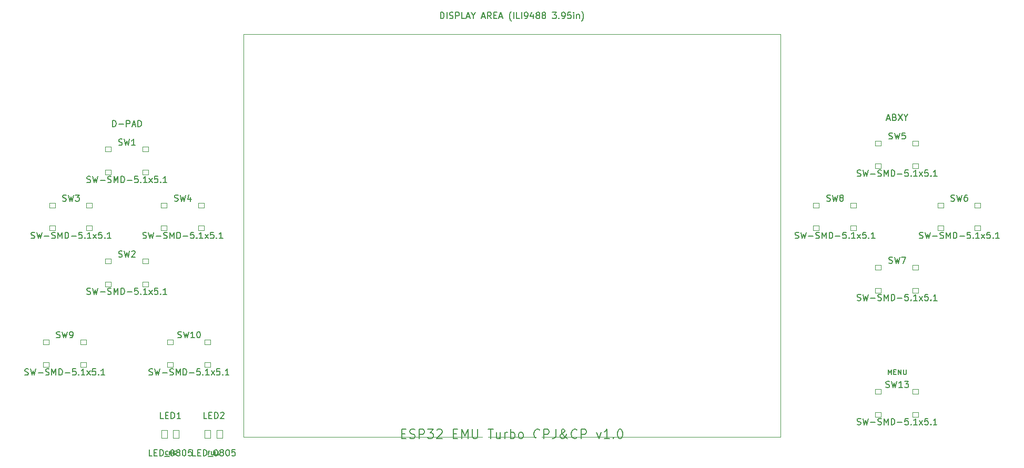
<source format=gto>
%TF.GenerationSoftware,KiCad,Pcbnew,9.99.0-5542-g9c1654c496*%
%TF.CreationDate,2026-02-21T09:19:05+00:00*%
%TF.ProjectId,esp32-emu-turbo,65737033-322d-4656-9d75-2d747572626f,rev?*%
%TF.SameCoordinates,Original*%
%TF.FileFunction,Legend,Top*%
%TF.FilePolarity,Positive*%
%FSLAX46Y46*%
G04 Gerber Fmt 4.6, Leading zero omitted, Abs format (unit mm)*
G04 Created by KiCad (PCBNEW 9.99.0-5542-g9c1654c496) date 2026-02-21 09:19:05*
%MOMM*%
%LPD*%
G01*
G04 APERTURE LIST*
G04 Aperture macros list*
%AMRoundRect*
0 Rectangle with rounded corners*
0 $1 Rounding radius*
0 $2 $3 $4 $5 $6 $7 $8 $9 X,Y pos of 4 corners*
0 Add a 4 corners polygon primitive as box body*
4,1,4,$2,$3,$4,$5,$6,$7,$8,$9,$2,$3,0*
0 Add four circle primitives for the rounded corners*
1,1,$1+$1,$2,$3*
1,1,$1+$1,$4,$5*
1,1,$1+$1,$6,$7*
1,1,$1+$1,$8,$9*
0 Add four rect primitives between the rounded corners*
20,1,$1+$1,$2,$3,$4,$5,0*
20,1,$1+$1,$4,$5,$6,$7,0*
20,1,$1+$1,$6,$7,$8,$9,0*
20,1,$1+$1,$8,$9,$2,$3,0*%
G04 Aperture macros list end*
%ADD10C,0.050000*%
%ADD11C,0.150000*%
%ADD12C,5.100000*%
%ADD13RoundRect,0.050000X-0.500000X-0.375000X0.500000X-0.375000X0.500000X0.375000X-0.500000X0.375000X0*%
%ADD14RoundRect,0.050000X-0.500000X-0.650000X0.500000X-0.650000X0.500000X0.650000X-0.500000X0.650000X0*%
%ADD15O,1.100000X2.200000*%
%ADD16C,1.600000*%
G04 APERTURE END LIST*
D10*
X36800000Y-3100000D02*
X123200000Y-3100000D01*
X36800000Y-67900000D02*
X36800000Y-3100000D01*
X123200000Y-3100000D02*
X123200000Y-67900000D01*
X123200000Y-67900000D02*
X36800000Y-67900000D01*
D11*
X24571429Y-70712628D02*
X24542857Y-70741200D01*
X24542857Y-70741200D02*
X24457143Y-70769771D01*
X24457143Y-70769771D02*
X24400000Y-70769771D01*
X24400000Y-70769771D02*
X24314286Y-70741200D01*
X24314286Y-70741200D02*
X24257143Y-70684057D01*
X24257143Y-70684057D02*
X24228572Y-70626914D01*
X24228572Y-70626914D02*
X24200000Y-70512628D01*
X24200000Y-70512628D02*
X24200000Y-70426914D01*
X24200000Y-70426914D02*
X24228572Y-70312628D01*
X24228572Y-70312628D02*
X24257143Y-70255485D01*
X24257143Y-70255485D02*
X24314286Y-70198342D01*
X24314286Y-70198342D02*
X24400000Y-70169771D01*
X24400000Y-70169771D02*
X24457143Y-70169771D01*
X24457143Y-70169771D02*
X24542857Y-70198342D01*
X24542857Y-70198342D02*
X24571429Y-70226914D01*
X24828572Y-70769771D02*
X24828572Y-70169771D01*
X24828572Y-70455485D02*
X25171429Y-70455485D01*
X25171429Y-70769771D02*
X25171429Y-70169771D01*
X25771428Y-70198342D02*
X25714286Y-70169771D01*
X25714286Y-70169771D02*
X25628571Y-70169771D01*
X25628571Y-70169771D02*
X25542857Y-70198342D01*
X25542857Y-70198342D02*
X25485714Y-70255485D01*
X25485714Y-70255485D02*
X25457143Y-70312628D01*
X25457143Y-70312628D02*
X25428571Y-70426914D01*
X25428571Y-70426914D02*
X25428571Y-70512628D01*
X25428571Y-70512628D02*
X25457143Y-70626914D01*
X25457143Y-70626914D02*
X25485714Y-70684057D01*
X25485714Y-70684057D02*
X25542857Y-70741200D01*
X25542857Y-70741200D02*
X25628571Y-70769771D01*
X25628571Y-70769771D02*
X25685714Y-70769771D01*
X25685714Y-70769771D02*
X25771428Y-70741200D01*
X25771428Y-70741200D02*
X25800000Y-70712628D01*
X25800000Y-70712628D02*
X25800000Y-70512628D01*
X25800000Y-70512628D02*
X25685714Y-70512628D01*
X31285715Y-70455485D02*
X31085715Y-70455485D01*
X31085715Y-70769771D02*
X31085715Y-70169771D01*
X31085715Y-70169771D02*
X31371429Y-70169771D01*
X31600001Y-70169771D02*
X31600001Y-70655485D01*
X31600001Y-70655485D02*
X31628572Y-70712628D01*
X31628572Y-70712628D02*
X31657144Y-70741200D01*
X31657144Y-70741200D02*
X31714286Y-70769771D01*
X31714286Y-70769771D02*
X31828572Y-70769771D01*
X31828572Y-70769771D02*
X31885715Y-70741200D01*
X31885715Y-70741200D02*
X31914286Y-70712628D01*
X31914286Y-70712628D02*
X31942858Y-70655485D01*
X31942858Y-70655485D02*
X31942858Y-70169771D01*
X32514286Y-70769771D02*
X32228572Y-70769771D01*
X32228572Y-70769771D02*
X32228572Y-70169771D01*
X33000000Y-70769771D02*
X32714286Y-70769771D01*
X32714286Y-70769771D02*
X32714286Y-70169771D01*
X140533333Y-57862295D02*
X140533333Y-57062295D01*
X140533333Y-57062295D02*
X140799999Y-57633723D01*
X140799999Y-57633723D02*
X141066666Y-57062295D01*
X141066666Y-57062295D02*
X141066666Y-57862295D01*
X141447619Y-57443247D02*
X141714285Y-57443247D01*
X141828571Y-57862295D02*
X141447619Y-57862295D01*
X141447619Y-57862295D02*
X141447619Y-57062295D01*
X141447619Y-57062295D02*
X141828571Y-57062295D01*
X142171429Y-57862295D02*
X142171429Y-57062295D01*
X142171429Y-57062295D02*
X142628572Y-57862295D01*
X142628572Y-57862295D02*
X142628572Y-57062295D01*
X143009524Y-57062295D02*
X143009524Y-57709914D01*
X143009524Y-57709914D02*
X143047619Y-57786104D01*
X143047619Y-57786104D02*
X143085714Y-57824200D01*
X143085714Y-57824200D02*
X143161905Y-57862295D01*
X143161905Y-57862295D02*
X143314286Y-57862295D01*
X143314286Y-57862295D02*
X143390476Y-57824200D01*
X143390476Y-57824200D02*
X143428571Y-57786104D01*
X143428571Y-57786104D02*
X143466667Y-57709914D01*
X143466667Y-57709914D02*
X143466667Y-57062295D01*
X15690476Y-17954819D02*
X15690476Y-16954819D01*
X15690476Y-16954819D02*
X15928571Y-16954819D01*
X15928571Y-16954819D02*
X16071428Y-17002438D01*
X16071428Y-17002438D02*
X16166666Y-17097676D01*
X16166666Y-17097676D02*
X16214285Y-17192914D01*
X16214285Y-17192914D02*
X16261904Y-17383390D01*
X16261904Y-17383390D02*
X16261904Y-17526247D01*
X16261904Y-17526247D02*
X16214285Y-17716723D01*
X16214285Y-17716723D02*
X16166666Y-17811961D01*
X16166666Y-17811961D02*
X16071428Y-17907200D01*
X16071428Y-17907200D02*
X15928571Y-17954819D01*
X15928571Y-17954819D02*
X15690476Y-17954819D01*
X16690476Y-17573866D02*
X17452381Y-17573866D01*
X17928571Y-17954819D02*
X17928571Y-16954819D01*
X17928571Y-16954819D02*
X18309523Y-16954819D01*
X18309523Y-16954819D02*
X18404761Y-17002438D01*
X18404761Y-17002438D02*
X18452380Y-17050057D01*
X18452380Y-17050057D02*
X18499999Y-17145295D01*
X18499999Y-17145295D02*
X18499999Y-17288152D01*
X18499999Y-17288152D02*
X18452380Y-17383390D01*
X18452380Y-17383390D02*
X18404761Y-17431009D01*
X18404761Y-17431009D02*
X18309523Y-17478628D01*
X18309523Y-17478628D02*
X17928571Y-17478628D01*
X18880952Y-17669104D02*
X19357142Y-17669104D01*
X18785714Y-17954819D02*
X19119047Y-16954819D01*
X19119047Y-16954819D02*
X19452380Y-17954819D01*
X19785714Y-17954819D02*
X19785714Y-16954819D01*
X19785714Y-16954819D02*
X20023809Y-16954819D01*
X20023809Y-16954819D02*
X20166666Y-17002438D01*
X20166666Y-17002438D02*
X20261904Y-17097676D01*
X20261904Y-17097676D02*
X20309523Y-17192914D01*
X20309523Y-17192914D02*
X20357142Y-17383390D01*
X20357142Y-17383390D02*
X20357142Y-17526247D01*
X20357142Y-17526247D02*
X20309523Y-17716723D01*
X20309523Y-17716723D02*
X20261904Y-17811961D01*
X20261904Y-17811961D02*
X20166666Y-17907200D01*
X20166666Y-17907200D02*
X20023809Y-17954819D01*
X20023809Y-17954819D02*
X19785714Y-17954819D01*
X68500000Y-554819D02*
X68500000Y445180D01*
X68500000Y445180D02*
X68738095Y445180D01*
X68738095Y445180D02*
X68880952Y397561D01*
X68880952Y397561D02*
X68976190Y302323D01*
X68976190Y302323D02*
X69023809Y207085D01*
X69023809Y207085D02*
X69071428Y16609D01*
X69071428Y16609D02*
X69071428Y-126247D01*
X69071428Y-126247D02*
X69023809Y-316723D01*
X69023809Y-316723D02*
X68976190Y-411961D01*
X68976190Y-411961D02*
X68880952Y-507200D01*
X68880952Y-507200D02*
X68738095Y-554819D01*
X68738095Y-554819D02*
X68500000Y-554819D01*
X69500000Y-554819D02*
X69500000Y445180D01*
X69928571Y-507200D02*
X70071428Y-554819D01*
X70071428Y-554819D02*
X70309523Y-554819D01*
X70309523Y-554819D02*
X70404761Y-507200D01*
X70404761Y-507200D02*
X70452380Y-459580D01*
X70452380Y-459580D02*
X70499999Y-364342D01*
X70499999Y-364342D02*
X70499999Y-269104D01*
X70499999Y-269104D02*
X70452380Y-173866D01*
X70452380Y-173866D02*
X70404761Y-126247D01*
X70404761Y-126247D02*
X70309523Y-78628D01*
X70309523Y-78628D02*
X70119047Y-31009D01*
X70119047Y-31009D02*
X70023809Y16609D01*
X70023809Y16609D02*
X69976190Y64228D01*
X69976190Y64228D02*
X69928571Y159466D01*
X69928571Y159466D02*
X69928571Y254704D01*
X69928571Y254704D02*
X69976190Y349942D01*
X69976190Y349942D02*
X70023809Y397561D01*
X70023809Y397561D02*
X70119047Y445180D01*
X70119047Y445180D02*
X70357142Y445180D01*
X70357142Y445180D02*
X70499999Y397561D01*
X70928571Y-554819D02*
X70928571Y445180D01*
X70928571Y445180D02*
X71309523Y445180D01*
X71309523Y445180D02*
X71404761Y397561D01*
X71404761Y397561D02*
X71452380Y349942D01*
X71452380Y349942D02*
X71499999Y254704D01*
X71499999Y254704D02*
X71499999Y111847D01*
X71499999Y111847D02*
X71452380Y16609D01*
X71452380Y16609D02*
X71404761Y-31009D01*
X71404761Y-31009D02*
X71309523Y-78628D01*
X71309523Y-78628D02*
X70928571Y-78628D01*
X72404761Y-554819D02*
X71928571Y-554819D01*
X71928571Y-554819D02*
X71928571Y445180D01*
X72690476Y-269104D02*
X73166666Y-269104D01*
X72595238Y-554819D02*
X72928571Y445180D01*
X72928571Y445180D02*
X73261904Y-554819D01*
X73785714Y-78628D02*
X73785714Y-554819D01*
X73452381Y445180D02*
X73785714Y-78628D01*
X73785714Y-78628D02*
X74119047Y445180D01*
X75166667Y-269104D02*
X75642857Y-269104D01*
X75071429Y-554819D02*
X75404762Y445180D01*
X75404762Y445180D02*
X75738095Y-554819D01*
X76642857Y-554819D02*
X76309524Y-78628D01*
X76071429Y-554819D02*
X76071429Y445180D01*
X76071429Y445180D02*
X76452381Y445180D01*
X76452381Y445180D02*
X76547619Y397561D01*
X76547619Y397561D02*
X76595238Y349942D01*
X76595238Y349942D02*
X76642857Y254704D01*
X76642857Y254704D02*
X76642857Y111847D01*
X76642857Y111847D02*
X76595238Y16609D01*
X76595238Y16609D02*
X76547619Y-31009D01*
X76547619Y-31009D02*
X76452381Y-78628D01*
X76452381Y-78628D02*
X76071429Y-78628D01*
X77071429Y-31009D02*
X77404762Y-31009D01*
X77547619Y-554819D02*
X77071429Y-554819D01*
X77071429Y-554819D02*
X77071429Y445180D01*
X77071429Y445180D02*
X77547619Y445180D01*
X77928572Y-269104D02*
X78404762Y-269104D01*
X77833334Y-554819D02*
X78166667Y445180D01*
X78166667Y445180D02*
X78500000Y-554819D01*
X79880953Y-935771D02*
X79833334Y-888152D01*
X79833334Y-888152D02*
X79738096Y-745295D01*
X79738096Y-745295D02*
X79690477Y-650057D01*
X79690477Y-650057D02*
X79642858Y-507200D01*
X79642858Y-507200D02*
X79595239Y-269104D01*
X79595239Y-269104D02*
X79595239Y-78628D01*
X79595239Y-78628D02*
X79642858Y159466D01*
X79642858Y159466D02*
X79690477Y302323D01*
X79690477Y302323D02*
X79738096Y397561D01*
X79738096Y397561D02*
X79833334Y540419D01*
X79833334Y540419D02*
X79880953Y588038D01*
X80261906Y-554819D02*
X80261906Y445180D01*
X81214286Y-554819D02*
X80738096Y-554819D01*
X80738096Y-554819D02*
X80738096Y445180D01*
X81547620Y-554819D02*
X81547620Y445180D01*
X82071429Y-554819D02*
X82261905Y-554819D01*
X82261905Y-554819D02*
X82357143Y-507200D01*
X82357143Y-507200D02*
X82404762Y-459580D01*
X82404762Y-459580D02*
X82500000Y-316723D01*
X82500000Y-316723D02*
X82547619Y-126247D01*
X82547619Y-126247D02*
X82547619Y254704D01*
X82547619Y254704D02*
X82500000Y349942D01*
X82500000Y349942D02*
X82452381Y397561D01*
X82452381Y397561D02*
X82357143Y445180D01*
X82357143Y445180D02*
X82166667Y445180D01*
X82166667Y445180D02*
X82071429Y397561D01*
X82071429Y397561D02*
X82023810Y349942D01*
X82023810Y349942D02*
X81976191Y254704D01*
X81976191Y254704D02*
X81976191Y16609D01*
X81976191Y16609D02*
X82023810Y-78628D01*
X82023810Y-78628D02*
X82071429Y-126247D01*
X82071429Y-126247D02*
X82166667Y-173866D01*
X82166667Y-173866D02*
X82357143Y-173866D01*
X82357143Y-173866D02*
X82452381Y-126247D01*
X82452381Y-126247D02*
X82500000Y-78628D01*
X82500000Y-78628D02*
X82547619Y16609D01*
X83404762Y111847D02*
X83404762Y-554819D01*
X83166667Y492800D02*
X82928572Y-221485D01*
X82928572Y-221485D02*
X83547619Y-221485D01*
X84071429Y16609D02*
X83976191Y64228D01*
X83976191Y64228D02*
X83928572Y111847D01*
X83928572Y111847D02*
X83880953Y207085D01*
X83880953Y207085D02*
X83880953Y254704D01*
X83880953Y254704D02*
X83928572Y349942D01*
X83928572Y349942D02*
X83976191Y397561D01*
X83976191Y397561D02*
X84071429Y445180D01*
X84071429Y445180D02*
X84261905Y445180D01*
X84261905Y445180D02*
X84357143Y397561D01*
X84357143Y397561D02*
X84404762Y349942D01*
X84404762Y349942D02*
X84452381Y254704D01*
X84452381Y254704D02*
X84452381Y207085D01*
X84452381Y207085D02*
X84404762Y111847D01*
X84404762Y111847D02*
X84357143Y64228D01*
X84357143Y64228D02*
X84261905Y16609D01*
X84261905Y16609D02*
X84071429Y16609D01*
X84071429Y16609D02*
X83976191Y-31009D01*
X83976191Y-31009D02*
X83928572Y-78628D01*
X83928572Y-78628D02*
X83880953Y-173866D01*
X83880953Y-173866D02*
X83880953Y-364342D01*
X83880953Y-364342D02*
X83928572Y-459580D01*
X83928572Y-459580D02*
X83976191Y-507200D01*
X83976191Y-507200D02*
X84071429Y-554819D01*
X84071429Y-554819D02*
X84261905Y-554819D01*
X84261905Y-554819D02*
X84357143Y-507200D01*
X84357143Y-507200D02*
X84404762Y-459580D01*
X84404762Y-459580D02*
X84452381Y-364342D01*
X84452381Y-364342D02*
X84452381Y-173866D01*
X84452381Y-173866D02*
X84404762Y-78628D01*
X84404762Y-78628D02*
X84357143Y-31009D01*
X84357143Y-31009D02*
X84261905Y16609D01*
X85023810Y16609D02*
X84928572Y64228D01*
X84928572Y64228D02*
X84880953Y111847D01*
X84880953Y111847D02*
X84833334Y207085D01*
X84833334Y207085D02*
X84833334Y254704D01*
X84833334Y254704D02*
X84880953Y349942D01*
X84880953Y349942D02*
X84928572Y397561D01*
X84928572Y397561D02*
X85023810Y445180D01*
X85023810Y445180D02*
X85214286Y445180D01*
X85214286Y445180D02*
X85309524Y397561D01*
X85309524Y397561D02*
X85357143Y349942D01*
X85357143Y349942D02*
X85404762Y254704D01*
X85404762Y254704D02*
X85404762Y207085D01*
X85404762Y207085D02*
X85357143Y111847D01*
X85357143Y111847D02*
X85309524Y64228D01*
X85309524Y64228D02*
X85214286Y16609D01*
X85214286Y16609D02*
X85023810Y16609D01*
X85023810Y16609D02*
X84928572Y-31009D01*
X84928572Y-31009D02*
X84880953Y-78628D01*
X84880953Y-78628D02*
X84833334Y-173866D01*
X84833334Y-173866D02*
X84833334Y-364342D01*
X84833334Y-364342D02*
X84880953Y-459580D01*
X84880953Y-459580D02*
X84928572Y-507200D01*
X84928572Y-507200D02*
X85023810Y-554819D01*
X85023810Y-554819D02*
X85214286Y-554819D01*
X85214286Y-554819D02*
X85309524Y-507200D01*
X85309524Y-507200D02*
X85357143Y-459580D01*
X85357143Y-459580D02*
X85404762Y-364342D01*
X85404762Y-364342D02*
X85404762Y-173866D01*
X85404762Y-173866D02*
X85357143Y-78628D01*
X85357143Y-78628D02*
X85309524Y-31009D01*
X85309524Y-31009D02*
X85214286Y16609D01*
X86500001Y445180D02*
X87119048Y445180D01*
X87119048Y445180D02*
X86785715Y64228D01*
X86785715Y64228D02*
X86928572Y64228D01*
X86928572Y64228D02*
X87023810Y16609D01*
X87023810Y16609D02*
X87071429Y-31009D01*
X87071429Y-31009D02*
X87119048Y-126247D01*
X87119048Y-126247D02*
X87119048Y-364342D01*
X87119048Y-364342D02*
X87071429Y-459580D01*
X87071429Y-459580D02*
X87023810Y-507200D01*
X87023810Y-507200D02*
X86928572Y-554819D01*
X86928572Y-554819D02*
X86642858Y-554819D01*
X86642858Y-554819D02*
X86547620Y-507200D01*
X86547620Y-507200D02*
X86500001Y-459580D01*
X87547620Y-459580D02*
X87595239Y-507200D01*
X87595239Y-507200D02*
X87547620Y-554819D01*
X87547620Y-554819D02*
X87500001Y-507200D01*
X87500001Y-507200D02*
X87547620Y-459580D01*
X87547620Y-459580D02*
X87547620Y-554819D01*
X88071429Y-554819D02*
X88261905Y-554819D01*
X88261905Y-554819D02*
X88357143Y-507200D01*
X88357143Y-507200D02*
X88404762Y-459580D01*
X88404762Y-459580D02*
X88500000Y-316723D01*
X88500000Y-316723D02*
X88547619Y-126247D01*
X88547619Y-126247D02*
X88547619Y254704D01*
X88547619Y254704D02*
X88500000Y349942D01*
X88500000Y349942D02*
X88452381Y397561D01*
X88452381Y397561D02*
X88357143Y445180D01*
X88357143Y445180D02*
X88166667Y445180D01*
X88166667Y445180D02*
X88071429Y397561D01*
X88071429Y397561D02*
X88023810Y349942D01*
X88023810Y349942D02*
X87976191Y254704D01*
X87976191Y254704D02*
X87976191Y16609D01*
X87976191Y16609D02*
X88023810Y-78628D01*
X88023810Y-78628D02*
X88071429Y-126247D01*
X88071429Y-126247D02*
X88166667Y-173866D01*
X88166667Y-173866D02*
X88357143Y-173866D01*
X88357143Y-173866D02*
X88452381Y-126247D01*
X88452381Y-126247D02*
X88500000Y-78628D01*
X88500000Y-78628D02*
X88547619Y16609D01*
X89452381Y445180D02*
X88976191Y445180D01*
X88976191Y445180D02*
X88928572Y-31009D01*
X88928572Y-31009D02*
X88976191Y16609D01*
X88976191Y16609D02*
X89071429Y64228D01*
X89071429Y64228D02*
X89309524Y64228D01*
X89309524Y64228D02*
X89404762Y16609D01*
X89404762Y16609D02*
X89452381Y-31009D01*
X89452381Y-31009D02*
X89500000Y-126247D01*
X89500000Y-126247D02*
X89500000Y-364342D01*
X89500000Y-364342D02*
X89452381Y-459580D01*
X89452381Y-459580D02*
X89404762Y-507200D01*
X89404762Y-507200D02*
X89309524Y-554819D01*
X89309524Y-554819D02*
X89071429Y-554819D01*
X89071429Y-554819D02*
X88976191Y-507200D01*
X88976191Y-507200D02*
X88928572Y-459580D01*
X89928572Y-554819D02*
X89928572Y111847D01*
X89928572Y445180D02*
X89880953Y397561D01*
X89880953Y397561D02*
X89928572Y349942D01*
X89928572Y349942D02*
X89976191Y397561D01*
X89976191Y397561D02*
X89928572Y445180D01*
X89928572Y445180D02*
X89928572Y349942D01*
X90404762Y111847D02*
X90404762Y-554819D01*
X90404762Y16609D02*
X90452381Y64228D01*
X90452381Y64228D02*
X90547619Y111847D01*
X90547619Y111847D02*
X90690476Y111847D01*
X90690476Y111847D02*
X90785714Y64228D01*
X90785714Y64228D02*
X90833333Y-31009D01*
X90833333Y-31009D02*
X90833333Y-554819D01*
X91214286Y-935771D02*
X91261905Y-888152D01*
X91261905Y-888152D02*
X91357143Y-745295D01*
X91357143Y-745295D02*
X91404762Y-650057D01*
X91404762Y-650057D02*
X91452381Y-507200D01*
X91452381Y-507200D02*
X91500000Y-269104D01*
X91500000Y-269104D02*
X91500000Y-78628D01*
X91500000Y-78628D02*
X91452381Y159466D01*
X91452381Y159466D02*
X91404762Y302323D01*
X91404762Y302323D02*
X91357143Y397561D01*
X91357143Y397561D02*
X91261905Y540419D01*
X91261905Y540419D02*
X91214286Y588038D01*
X140357143Y-16669104D02*
X140833333Y-16669104D01*
X140261905Y-16954819D02*
X140595238Y-15954819D01*
X140595238Y-15954819D02*
X140928571Y-16954819D01*
X141595238Y-16431009D02*
X141738095Y-16478628D01*
X141738095Y-16478628D02*
X141785714Y-16526247D01*
X141785714Y-16526247D02*
X141833333Y-16621485D01*
X141833333Y-16621485D02*
X141833333Y-16764342D01*
X141833333Y-16764342D02*
X141785714Y-16859580D01*
X141785714Y-16859580D02*
X141738095Y-16907200D01*
X141738095Y-16907200D02*
X141642857Y-16954819D01*
X141642857Y-16954819D02*
X141261905Y-16954819D01*
X141261905Y-16954819D02*
X141261905Y-15954819D01*
X141261905Y-15954819D02*
X141595238Y-15954819D01*
X141595238Y-15954819D02*
X141690476Y-16002438D01*
X141690476Y-16002438D02*
X141738095Y-16050057D01*
X141738095Y-16050057D02*
X141785714Y-16145295D01*
X141785714Y-16145295D02*
X141785714Y-16240533D01*
X141785714Y-16240533D02*
X141738095Y-16335771D01*
X141738095Y-16335771D02*
X141690476Y-16383390D01*
X141690476Y-16383390D02*
X141595238Y-16431009D01*
X141595238Y-16431009D02*
X141261905Y-16431009D01*
X142166667Y-15954819D02*
X142833333Y-16954819D01*
X142833333Y-15954819D02*
X142166667Y-16954819D01*
X143404762Y-16478628D02*
X143404762Y-16954819D01*
X143071429Y-15954819D02*
X143404762Y-16478628D01*
X143404762Y-16478628D02*
X143738095Y-15954819D01*
X62250000Y-67400414D02*
X62750000Y-67400414D01*
X62964286Y-68186128D02*
X62250000Y-68186128D01*
X62250000Y-68186128D02*
X62250000Y-66686128D01*
X62250000Y-66686128D02*
X62964286Y-66686128D01*
X63535715Y-68114700D02*
X63750001Y-68186128D01*
X63750001Y-68186128D02*
X64107143Y-68186128D01*
X64107143Y-68186128D02*
X64250001Y-68114700D01*
X64250001Y-68114700D02*
X64321429Y-68043271D01*
X64321429Y-68043271D02*
X64392858Y-67900414D01*
X64392858Y-67900414D02*
X64392858Y-67757557D01*
X64392858Y-67757557D02*
X64321429Y-67614700D01*
X64321429Y-67614700D02*
X64250001Y-67543271D01*
X64250001Y-67543271D02*
X64107143Y-67471842D01*
X64107143Y-67471842D02*
X63821429Y-67400414D01*
X63821429Y-67400414D02*
X63678572Y-67328985D01*
X63678572Y-67328985D02*
X63607143Y-67257557D01*
X63607143Y-67257557D02*
X63535715Y-67114700D01*
X63535715Y-67114700D02*
X63535715Y-66971842D01*
X63535715Y-66971842D02*
X63607143Y-66828985D01*
X63607143Y-66828985D02*
X63678572Y-66757557D01*
X63678572Y-66757557D02*
X63821429Y-66686128D01*
X63821429Y-66686128D02*
X64178572Y-66686128D01*
X64178572Y-66686128D02*
X64392858Y-66757557D01*
X65035714Y-68186128D02*
X65035714Y-66686128D01*
X65035714Y-66686128D02*
X65607143Y-66686128D01*
X65607143Y-66686128D02*
X65750000Y-66757557D01*
X65750000Y-66757557D02*
X65821429Y-66828985D01*
X65821429Y-66828985D02*
X65892857Y-66971842D01*
X65892857Y-66971842D02*
X65892857Y-67186128D01*
X65892857Y-67186128D02*
X65821429Y-67328985D01*
X65821429Y-67328985D02*
X65750000Y-67400414D01*
X65750000Y-67400414D02*
X65607143Y-67471842D01*
X65607143Y-67471842D02*
X65035714Y-67471842D01*
X66392857Y-66686128D02*
X67321429Y-66686128D01*
X67321429Y-66686128D02*
X66821429Y-67257557D01*
X66821429Y-67257557D02*
X67035714Y-67257557D01*
X67035714Y-67257557D02*
X67178572Y-67328985D01*
X67178572Y-67328985D02*
X67250000Y-67400414D01*
X67250000Y-67400414D02*
X67321429Y-67543271D01*
X67321429Y-67543271D02*
X67321429Y-67900414D01*
X67321429Y-67900414D02*
X67250000Y-68043271D01*
X67250000Y-68043271D02*
X67178572Y-68114700D01*
X67178572Y-68114700D02*
X67035714Y-68186128D01*
X67035714Y-68186128D02*
X66607143Y-68186128D01*
X66607143Y-68186128D02*
X66464286Y-68114700D01*
X66464286Y-68114700D02*
X66392857Y-68043271D01*
X67892857Y-66828985D02*
X67964285Y-66757557D01*
X67964285Y-66757557D02*
X68107143Y-66686128D01*
X68107143Y-66686128D02*
X68464285Y-66686128D01*
X68464285Y-66686128D02*
X68607143Y-66757557D01*
X68607143Y-66757557D02*
X68678571Y-66828985D01*
X68678571Y-66828985D02*
X68750000Y-66971842D01*
X68750000Y-66971842D02*
X68750000Y-67114700D01*
X68750000Y-67114700D02*
X68678571Y-67328985D01*
X68678571Y-67328985D02*
X67821428Y-68186128D01*
X67821428Y-68186128D02*
X68750000Y-68186128D01*
X70535713Y-67400414D02*
X71035713Y-67400414D01*
X71249999Y-68186128D02*
X70535713Y-68186128D01*
X70535713Y-68186128D02*
X70535713Y-66686128D01*
X70535713Y-66686128D02*
X71249999Y-66686128D01*
X71892856Y-68186128D02*
X71892856Y-66686128D01*
X71892856Y-66686128D02*
X72392856Y-67757557D01*
X72392856Y-67757557D02*
X72892856Y-66686128D01*
X72892856Y-66686128D02*
X72892856Y-68186128D01*
X73607142Y-66686128D02*
X73607142Y-67900414D01*
X73607142Y-67900414D02*
X73678571Y-68043271D01*
X73678571Y-68043271D02*
X73750000Y-68114700D01*
X73750000Y-68114700D02*
X73892857Y-68186128D01*
X73892857Y-68186128D02*
X74178571Y-68186128D01*
X74178571Y-68186128D02*
X74321428Y-68114700D01*
X74321428Y-68114700D02*
X74392857Y-68043271D01*
X74392857Y-68043271D02*
X74464285Y-67900414D01*
X74464285Y-67900414D02*
X74464285Y-66686128D01*
X76107143Y-66686128D02*
X76964286Y-66686128D01*
X76535714Y-68186128D02*
X76535714Y-66686128D01*
X78107143Y-67186128D02*
X78107143Y-68186128D01*
X77464285Y-67186128D02*
X77464285Y-67971842D01*
X77464285Y-67971842D02*
X77535714Y-68114700D01*
X77535714Y-68114700D02*
X77678571Y-68186128D01*
X77678571Y-68186128D02*
X77892857Y-68186128D01*
X77892857Y-68186128D02*
X78035714Y-68114700D01*
X78035714Y-68114700D02*
X78107143Y-68043271D01*
X78821428Y-68186128D02*
X78821428Y-67186128D01*
X78821428Y-67471842D02*
X78892857Y-67328985D01*
X78892857Y-67328985D02*
X78964286Y-67257557D01*
X78964286Y-67257557D02*
X79107143Y-67186128D01*
X79107143Y-67186128D02*
X79250000Y-67186128D01*
X79749999Y-68186128D02*
X79749999Y-66686128D01*
X79749999Y-67257557D02*
X79892857Y-67186128D01*
X79892857Y-67186128D02*
X80178571Y-67186128D01*
X80178571Y-67186128D02*
X80321428Y-67257557D01*
X80321428Y-67257557D02*
X80392857Y-67328985D01*
X80392857Y-67328985D02*
X80464285Y-67471842D01*
X80464285Y-67471842D02*
X80464285Y-67900414D01*
X80464285Y-67900414D02*
X80392857Y-68043271D01*
X80392857Y-68043271D02*
X80321428Y-68114700D01*
X80321428Y-68114700D02*
X80178571Y-68186128D01*
X80178571Y-68186128D02*
X79892857Y-68186128D01*
X79892857Y-68186128D02*
X79749999Y-68114700D01*
X81321428Y-68186128D02*
X81178571Y-68114700D01*
X81178571Y-68114700D02*
X81107142Y-68043271D01*
X81107142Y-68043271D02*
X81035714Y-67900414D01*
X81035714Y-67900414D02*
X81035714Y-67471842D01*
X81035714Y-67471842D02*
X81107142Y-67328985D01*
X81107142Y-67328985D02*
X81178571Y-67257557D01*
X81178571Y-67257557D02*
X81321428Y-67186128D01*
X81321428Y-67186128D02*
X81535714Y-67186128D01*
X81535714Y-67186128D02*
X81678571Y-67257557D01*
X81678571Y-67257557D02*
X81750000Y-67328985D01*
X81750000Y-67328985D02*
X81821428Y-67471842D01*
X81821428Y-67471842D02*
X81821428Y-67900414D01*
X81821428Y-67900414D02*
X81750000Y-68043271D01*
X81750000Y-68043271D02*
X81678571Y-68114700D01*
X81678571Y-68114700D02*
X81535714Y-68186128D01*
X81535714Y-68186128D02*
X81321428Y-68186128D01*
X84464285Y-68043271D02*
X84392857Y-68114700D01*
X84392857Y-68114700D02*
X84178571Y-68186128D01*
X84178571Y-68186128D02*
X84035714Y-68186128D01*
X84035714Y-68186128D02*
X83821428Y-68114700D01*
X83821428Y-68114700D02*
X83678571Y-67971842D01*
X83678571Y-67971842D02*
X83607142Y-67828985D01*
X83607142Y-67828985D02*
X83535714Y-67543271D01*
X83535714Y-67543271D02*
X83535714Y-67328985D01*
X83535714Y-67328985D02*
X83607142Y-67043271D01*
X83607142Y-67043271D02*
X83678571Y-66900414D01*
X83678571Y-66900414D02*
X83821428Y-66757557D01*
X83821428Y-66757557D02*
X84035714Y-66686128D01*
X84035714Y-66686128D02*
X84178571Y-66686128D01*
X84178571Y-66686128D02*
X84392857Y-66757557D01*
X84392857Y-66757557D02*
X84464285Y-66828985D01*
X85107142Y-68186128D02*
X85107142Y-66686128D01*
X85107142Y-66686128D02*
X85678571Y-66686128D01*
X85678571Y-66686128D02*
X85821428Y-66757557D01*
X85821428Y-66757557D02*
X85892857Y-66828985D01*
X85892857Y-66828985D02*
X85964285Y-66971842D01*
X85964285Y-66971842D02*
X85964285Y-67186128D01*
X85964285Y-67186128D02*
X85892857Y-67328985D01*
X85892857Y-67328985D02*
X85821428Y-67400414D01*
X85821428Y-67400414D02*
X85678571Y-67471842D01*
X85678571Y-67471842D02*
X85107142Y-67471842D01*
X87035714Y-66686128D02*
X87035714Y-67757557D01*
X87035714Y-67757557D02*
X86964285Y-67971842D01*
X86964285Y-67971842D02*
X86821428Y-68114700D01*
X86821428Y-68114700D02*
X86607142Y-68186128D01*
X86607142Y-68186128D02*
X86464285Y-68186128D01*
X88964285Y-68186128D02*
X88892857Y-68186128D01*
X88892857Y-68186128D02*
X88749999Y-68114700D01*
X88749999Y-68114700D02*
X88535714Y-67900414D01*
X88535714Y-67900414D02*
X88178571Y-67471842D01*
X88178571Y-67471842D02*
X88035714Y-67257557D01*
X88035714Y-67257557D02*
X87964285Y-67043271D01*
X87964285Y-67043271D02*
X87964285Y-66900414D01*
X87964285Y-66900414D02*
X88035714Y-66757557D01*
X88035714Y-66757557D02*
X88178571Y-66686128D01*
X88178571Y-66686128D02*
X88249999Y-66686128D01*
X88249999Y-66686128D02*
X88392857Y-66757557D01*
X88392857Y-66757557D02*
X88464285Y-66900414D01*
X88464285Y-66900414D02*
X88464285Y-66971842D01*
X88464285Y-66971842D02*
X88392857Y-67114700D01*
X88392857Y-67114700D02*
X88321428Y-67186128D01*
X88321428Y-67186128D02*
X87892857Y-67471842D01*
X87892857Y-67471842D02*
X87821428Y-67543271D01*
X87821428Y-67543271D02*
X87749999Y-67686128D01*
X87749999Y-67686128D02*
X87749999Y-67900414D01*
X87749999Y-67900414D02*
X87821428Y-68043271D01*
X87821428Y-68043271D02*
X87892857Y-68114700D01*
X87892857Y-68114700D02*
X88035714Y-68186128D01*
X88035714Y-68186128D02*
X88249999Y-68186128D01*
X88249999Y-68186128D02*
X88392857Y-68114700D01*
X88392857Y-68114700D02*
X88464285Y-68043271D01*
X88464285Y-68043271D02*
X88678571Y-67757557D01*
X88678571Y-67757557D02*
X88749999Y-67543271D01*
X88749999Y-67543271D02*
X88749999Y-67400414D01*
X90464285Y-68043271D02*
X90392857Y-68114700D01*
X90392857Y-68114700D02*
X90178571Y-68186128D01*
X90178571Y-68186128D02*
X90035714Y-68186128D01*
X90035714Y-68186128D02*
X89821428Y-68114700D01*
X89821428Y-68114700D02*
X89678571Y-67971842D01*
X89678571Y-67971842D02*
X89607142Y-67828985D01*
X89607142Y-67828985D02*
X89535714Y-67543271D01*
X89535714Y-67543271D02*
X89535714Y-67328985D01*
X89535714Y-67328985D02*
X89607142Y-67043271D01*
X89607142Y-67043271D02*
X89678571Y-66900414D01*
X89678571Y-66900414D02*
X89821428Y-66757557D01*
X89821428Y-66757557D02*
X90035714Y-66686128D01*
X90035714Y-66686128D02*
X90178571Y-66686128D01*
X90178571Y-66686128D02*
X90392857Y-66757557D01*
X90392857Y-66757557D02*
X90464285Y-66828985D01*
X91107142Y-68186128D02*
X91107142Y-66686128D01*
X91107142Y-66686128D02*
X91678571Y-66686128D01*
X91678571Y-66686128D02*
X91821428Y-66757557D01*
X91821428Y-66757557D02*
X91892857Y-66828985D01*
X91892857Y-66828985D02*
X91964285Y-66971842D01*
X91964285Y-66971842D02*
X91964285Y-67186128D01*
X91964285Y-67186128D02*
X91892857Y-67328985D01*
X91892857Y-67328985D02*
X91821428Y-67400414D01*
X91821428Y-67400414D02*
X91678571Y-67471842D01*
X91678571Y-67471842D02*
X91107142Y-67471842D01*
X93607142Y-67186128D02*
X93964285Y-68186128D01*
X93964285Y-68186128D02*
X94321428Y-67186128D01*
X95678571Y-68186128D02*
X94821428Y-68186128D01*
X95249999Y-68186128D02*
X95249999Y-66686128D01*
X95249999Y-66686128D02*
X95107142Y-66900414D01*
X95107142Y-66900414D02*
X94964285Y-67043271D01*
X94964285Y-67043271D02*
X94821428Y-67114700D01*
X96321427Y-68043271D02*
X96392856Y-68114700D01*
X96392856Y-68114700D02*
X96321427Y-68186128D01*
X96321427Y-68186128D02*
X96249999Y-68114700D01*
X96249999Y-68114700D02*
X96321427Y-68043271D01*
X96321427Y-68043271D02*
X96321427Y-68186128D01*
X97321428Y-66686128D02*
X97464285Y-66686128D01*
X97464285Y-66686128D02*
X97607142Y-66757557D01*
X97607142Y-66757557D02*
X97678571Y-66828985D01*
X97678571Y-66828985D02*
X97749999Y-66971842D01*
X97749999Y-66971842D02*
X97821428Y-67257557D01*
X97821428Y-67257557D02*
X97821428Y-67614700D01*
X97821428Y-67614700D02*
X97749999Y-67900414D01*
X97749999Y-67900414D02*
X97678571Y-68043271D01*
X97678571Y-68043271D02*
X97607142Y-68114700D01*
X97607142Y-68114700D02*
X97464285Y-68186128D01*
X97464285Y-68186128D02*
X97321428Y-68186128D01*
X97321428Y-68186128D02*
X97178571Y-68114700D01*
X97178571Y-68114700D02*
X97107142Y-68043271D01*
X97107142Y-68043271D02*
X97035713Y-67900414D01*
X97035713Y-67900414D02*
X96964285Y-67614700D01*
X96964285Y-67614700D02*
X96964285Y-67257557D01*
X96964285Y-67257557D02*
X97035713Y-66971842D01*
X97035713Y-66971842D02*
X97107142Y-66828985D01*
X97107142Y-66828985D02*
X97178571Y-66757557D01*
X97178571Y-66757557D02*
X97321428Y-66686128D01*
X16666667Y-20907200D02*
X16809524Y-20954819D01*
X16809524Y-20954819D02*
X17047619Y-20954819D01*
X17047619Y-20954819D02*
X17142857Y-20907200D01*
X17142857Y-20907200D02*
X17190476Y-20859580D01*
X17190476Y-20859580D02*
X17238095Y-20764342D01*
X17238095Y-20764342D02*
X17238095Y-20669104D01*
X17238095Y-20669104D02*
X17190476Y-20573866D01*
X17190476Y-20573866D02*
X17142857Y-20526247D01*
X17142857Y-20526247D02*
X17047619Y-20478628D01*
X17047619Y-20478628D02*
X16857143Y-20431009D01*
X16857143Y-20431009D02*
X16761905Y-20383390D01*
X16761905Y-20383390D02*
X16714286Y-20335771D01*
X16714286Y-20335771D02*
X16666667Y-20240533D01*
X16666667Y-20240533D02*
X16666667Y-20145295D01*
X16666667Y-20145295D02*
X16714286Y-20050057D01*
X16714286Y-20050057D02*
X16761905Y-20002438D01*
X16761905Y-20002438D02*
X16857143Y-19954819D01*
X16857143Y-19954819D02*
X17095238Y-19954819D01*
X17095238Y-19954819D02*
X17238095Y-20002438D01*
X17571429Y-19954819D02*
X17809524Y-20954819D01*
X17809524Y-20954819D02*
X18000000Y-20240533D01*
X18000000Y-20240533D02*
X18190476Y-20954819D01*
X18190476Y-20954819D02*
X18428572Y-19954819D01*
X19333333Y-20954819D02*
X18761905Y-20954819D01*
X19047619Y-20954819D02*
X19047619Y-19954819D01*
X19047619Y-19954819D02*
X18952381Y-20097676D01*
X18952381Y-20097676D02*
X18857143Y-20192914D01*
X18857143Y-20192914D02*
X18761905Y-20240533D01*
X11571429Y-26907200D02*
X11714286Y-26954819D01*
X11714286Y-26954819D02*
X11952381Y-26954819D01*
X11952381Y-26954819D02*
X12047619Y-26907200D01*
X12047619Y-26907200D02*
X12095238Y-26859580D01*
X12095238Y-26859580D02*
X12142857Y-26764342D01*
X12142857Y-26764342D02*
X12142857Y-26669104D01*
X12142857Y-26669104D02*
X12095238Y-26573866D01*
X12095238Y-26573866D02*
X12047619Y-26526247D01*
X12047619Y-26526247D02*
X11952381Y-26478628D01*
X11952381Y-26478628D02*
X11761905Y-26431009D01*
X11761905Y-26431009D02*
X11666667Y-26383390D01*
X11666667Y-26383390D02*
X11619048Y-26335771D01*
X11619048Y-26335771D02*
X11571429Y-26240533D01*
X11571429Y-26240533D02*
X11571429Y-26145295D01*
X11571429Y-26145295D02*
X11619048Y-26050057D01*
X11619048Y-26050057D02*
X11666667Y-26002438D01*
X11666667Y-26002438D02*
X11761905Y-25954819D01*
X11761905Y-25954819D02*
X12000000Y-25954819D01*
X12000000Y-25954819D02*
X12142857Y-26002438D01*
X12476191Y-25954819D02*
X12714286Y-26954819D01*
X12714286Y-26954819D02*
X12904762Y-26240533D01*
X12904762Y-26240533D02*
X13095238Y-26954819D01*
X13095238Y-26954819D02*
X13333334Y-25954819D01*
X13714286Y-26573866D02*
X14476191Y-26573866D01*
X14904762Y-26907200D02*
X15047619Y-26954819D01*
X15047619Y-26954819D02*
X15285714Y-26954819D01*
X15285714Y-26954819D02*
X15380952Y-26907200D01*
X15380952Y-26907200D02*
X15428571Y-26859580D01*
X15428571Y-26859580D02*
X15476190Y-26764342D01*
X15476190Y-26764342D02*
X15476190Y-26669104D01*
X15476190Y-26669104D02*
X15428571Y-26573866D01*
X15428571Y-26573866D02*
X15380952Y-26526247D01*
X15380952Y-26526247D02*
X15285714Y-26478628D01*
X15285714Y-26478628D02*
X15095238Y-26431009D01*
X15095238Y-26431009D02*
X15000000Y-26383390D01*
X15000000Y-26383390D02*
X14952381Y-26335771D01*
X14952381Y-26335771D02*
X14904762Y-26240533D01*
X14904762Y-26240533D02*
X14904762Y-26145295D01*
X14904762Y-26145295D02*
X14952381Y-26050057D01*
X14952381Y-26050057D02*
X15000000Y-26002438D01*
X15000000Y-26002438D02*
X15095238Y-25954819D01*
X15095238Y-25954819D02*
X15333333Y-25954819D01*
X15333333Y-25954819D02*
X15476190Y-26002438D01*
X15904762Y-26954819D02*
X15904762Y-25954819D01*
X15904762Y-25954819D02*
X16238095Y-26669104D01*
X16238095Y-26669104D02*
X16571428Y-25954819D01*
X16571428Y-25954819D02*
X16571428Y-26954819D01*
X17047619Y-26954819D02*
X17047619Y-25954819D01*
X17047619Y-25954819D02*
X17285714Y-25954819D01*
X17285714Y-25954819D02*
X17428571Y-26002438D01*
X17428571Y-26002438D02*
X17523809Y-26097676D01*
X17523809Y-26097676D02*
X17571428Y-26192914D01*
X17571428Y-26192914D02*
X17619047Y-26383390D01*
X17619047Y-26383390D02*
X17619047Y-26526247D01*
X17619047Y-26526247D02*
X17571428Y-26716723D01*
X17571428Y-26716723D02*
X17523809Y-26811961D01*
X17523809Y-26811961D02*
X17428571Y-26907200D01*
X17428571Y-26907200D02*
X17285714Y-26954819D01*
X17285714Y-26954819D02*
X17047619Y-26954819D01*
X18047619Y-26573866D02*
X18809524Y-26573866D01*
X19761904Y-25954819D02*
X19285714Y-25954819D01*
X19285714Y-25954819D02*
X19238095Y-26431009D01*
X19238095Y-26431009D02*
X19285714Y-26383390D01*
X19285714Y-26383390D02*
X19380952Y-26335771D01*
X19380952Y-26335771D02*
X19619047Y-26335771D01*
X19619047Y-26335771D02*
X19714285Y-26383390D01*
X19714285Y-26383390D02*
X19761904Y-26431009D01*
X19761904Y-26431009D02*
X19809523Y-26526247D01*
X19809523Y-26526247D02*
X19809523Y-26764342D01*
X19809523Y-26764342D02*
X19761904Y-26859580D01*
X19761904Y-26859580D02*
X19714285Y-26907200D01*
X19714285Y-26907200D02*
X19619047Y-26954819D01*
X19619047Y-26954819D02*
X19380952Y-26954819D01*
X19380952Y-26954819D02*
X19285714Y-26907200D01*
X19285714Y-26907200D02*
X19238095Y-26859580D01*
X20238095Y-26859580D02*
X20285714Y-26907200D01*
X20285714Y-26907200D02*
X20238095Y-26954819D01*
X20238095Y-26954819D02*
X20190476Y-26907200D01*
X20190476Y-26907200D02*
X20238095Y-26859580D01*
X20238095Y-26859580D02*
X20238095Y-26954819D01*
X21238094Y-26954819D02*
X20666666Y-26954819D01*
X20952380Y-26954819D02*
X20952380Y-25954819D01*
X20952380Y-25954819D02*
X20857142Y-26097676D01*
X20857142Y-26097676D02*
X20761904Y-26192914D01*
X20761904Y-26192914D02*
X20666666Y-26240533D01*
X21571428Y-26954819D02*
X22095237Y-26288152D01*
X21571428Y-26288152D02*
X22095237Y-26954819D01*
X22952380Y-25954819D02*
X22476190Y-25954819D01*
X22476190Y-25954819D02*
X22428571Y-26431009D01*
X22428571Y-26431009D02*
X22476190Y-26383390D01*
X22476190Y-26383390D02*
X22571428Y-26335771D01*
X22571428Y-26335771D02*
X22809523Y-26335771D01*
X22809523Y-26335771D02*
X22904761Y-26383390D01*
X22904761Y-26383390D02*
X22952380Y-26431009D01*
X22952380Y-26431009D02*
X22999999Y-26526247D01*
X22999999Y-26526247D02*
X22999999Y-26764342D01*
X22999999Y-26764342D02*
X22952380Y-26859580D01*
X22952380Y-26859580D02*
X22904761Y-26907200D01*
X22904761Y-26907200D02*
X22809523Y-26954819D01*
X22809523Y-26954819D02*
X22571428Y-26954819D01*
X22571428Y-26954819D02*
X22476190Y-26907200D01*
X22476190Y-26907200D02*
X22428571Y-26859580D01*
X23428571Y-26859580D02*
X23476190Y-26907200D01*
X23476190Y-26907200D02*
X23428571Y-26954819D01*
X23428571Y-26954819D02*
X23380952Y-26907200D01*
X23380952Y-26907200D02*
X23428571Y-26859580D01*
X23428571Y-26859580D02*
X23428571Y-26954819D01*
X24428570Y-26954819D02*
X23857142Y-26954819D01*
X24142856Y-26954819D02*
X24142856Y-25954819D01*
X24142856Y-25954819D02*
X24047618Y-26097676D01*
X24047618Y-26097676D02*
X23952380Y-26192914D01*
X23952380Y-26192914D02*
X23857142Y-26240533D01*
X16666667Y-38907200D02*
X16809524Y-38954819D01*
X16809524Y-38954819D02*
X17047619Y-38954819D01*
X17047619Y-38954819D02*
X17142857Y-38907200D01*
X17142857Y-38907200D02*
X17190476Y-38859580D01*
X17190476Y-38859580D02*
X17238095Y-38764342D01*
X17238095Y-38764342D02*
X17238095Y-38669104D01*
X17238095Y-38669104D02*
X17190476Y-38573866D01*
X17190476Y-38573866D02*
X17142857Y-38526247D01*
X17142857Y-38526247D02*
X17047619Y-38478628D01*
X17047619Y-38478628D02*
X16857143Y-38431009D01*
X16857143Y-38431009D02*
X16761905Y-38383390D01*
X16761905Y-38383390D02*
X16714286Y-38335771D01*
X16714286Y-38335771D02*
X16666667Y-38240533D01*
X16666667Y-38240533D02*
X16666667Y-38145295D01*
X16666667Y-38145295D02*
X16714286Y-38050057D01*
X16714286Y-38050057D02*
X16761905Y-38002438D01*
X16761905Y-38002438D02*
X16857143Y-37954819D01*
X16857143Y-37954819D02*
X17095238Y-37954819D01*
X17095238Y-37954819D02*
X17238095Y-38002438D01*
X17571429Y-37954819D02*
X17809524Y-38954819D01*
X17809524Y-38954819D02*
X18000000Y-38240533D01*
X18000000Y-38240533D02*
X18190476Y-38954819D01*
X18190476Y-38954819D02*
X18428572Y-37954819D01*
X18761905Y-38050057D02*
X18809524Y-38002438D01*
X18809524Y-38002438D02*
X18904762Y-37954819D01*
X18904762Y-37954819D02*
X19142857Y-37954819D01*
X19142857Y-37954819D02*
X19238095Y-38002438D01*
X19238095Y-38002438D02*
X19285714Y-38050057D01*
X19285714Y-38050057D02*
X19333333Y-38145295D01*
X19333333Y-38145295D02*
X19333333Y-38240533D01*
X19333333Y-38240533D02*
X19285714Y-38383390D01*
X19285714Y-38383390D02*
X18714286Y-38954819D01*
X18714286Y-38954819D02*
X19333333Y-38954819D01*
X11571429Y-44907200D02*
X11714286Y-44954819D01*
X11714286Y-44954819D02*
X11952381Y-44954819D01*
X11952381Y-44954819D02*
X12047619Y-44907200D01*
X12047619Y-44907200D02*
X12095238Y-44859580D01*
X12095238Y-44859580D02*
X12142857Y-44764342D01*
X12142857Y-44764342D02*
X12142857Y-44669104D01*
X12142857Y-44669104D02*
X12095238Y-44573866D01*
X12095238Y-44573866D02*
X12047619Y-44526247D01*
X12047619Y-44526247D02*
X11952381Y-44478628D01*
X11952381Y-44478628D02*
X11761905Y-44431009D01*
X11761905Y-44431009D02*
X11666667Y-44383390D01*
X11666667Y-44383390D02*
X11619048Y-44335771D01*
X11619048Y-44335771D02*
X11571429Y-44240533D01*
X11571429Y-44240533D02*
X11571429Y-44145295D01*
X11571429Y-44145295D02*
X11619048Y-44050057D01*
X11619048Y-44050057D02*
X11666667Y-44002438D01*
X11666667Y-44002438D02*
X11761905Y-43954819D01*
X11761905Y-43954819D02*
X12000000Y-43954819D01*
X12000000Y-43954819D02*
X12142857Y-44002438D01*
X12476191Y-43954819D02*
X12714286Y-44954819D01*
X12714286Y-44954819D02*
X12904762Y-44240533D01*
X12904762Y-44240533D02*
X13095238Y-44954819D01*
X13095238Y-44954819D02*
X13333334Y-43954819D01*
X13714286Y-44573866D02*
X14476191Y-44573866D01*
X14904762Y-44907200D02*
X15047619Y-44954819D01*
X15047619Y-44954819D02*
X15285714Y-44954819D01*
X15285714Y-44954819D02*
X15380952Y-44907200D01*
X15380952Y-44907200D02*
X15428571Y-44859580D01*
X15428571Y-44859580D02*
X15476190Y-44764342D01*
X15476190Y-44764342D02*
X15476190Y-44669104D01*
X15476190Y-44669104D02*
X15428571Y-44573866D01*
X15428571Y-44573866D02*
X15380952Y-44526247D01*
X15380952Y-44526247D02*
X15285714Y-44478628D01*
X15285714Y-44478628D02*
X15095238Y-44431009D01*
X15095238Y-44431009D02*
X15000000Y-44383390D01*
X15000000Y-44383390D02*
X14952381Y-44335771D01*
X14952381Y-44335771D02*
X14904762Y-44240533D01*
X14904762Y-44240533D02*
X14904762Y-44145295D01*
X14904762Y-44145295D02*
X14952381Y-44050057D01*
X14952381Y-44050057D02*
X15000000Y-44002438D01*
X15000000Y-44002438D02*
X15095238Y-43954819D01*
X15095238Y-43954819D02*
X15333333Y-43954819D01*
X15333333Y-43954819D02*
X15476190Y-44002438D01*
X15904762Y-44954819D02*
X15904762Y-43954819D01*
X15904762Y-43954819D02*
X16238095Y-44669104D01*
X16238095Y-44669104D02*
X16571428Y-43954819D01*
X16571428Y-43954819D02*
X16571428Y-44954819D01*
X17047619Y-44954819D02*
X17047619Y-43954819D01*
X17047619Y-43954819D02*
X17285714Y-43954819D01*
X17285714Y-43954819D02*
X17428571Y-44002438D01*
X17428571Y-44002438D02*
X17523809Y-44097676D01*
X17523809Y-44097676D02*
X17571428Y-44192914D01*
X17571428Y-44192914D02*
X17619047Y-44383390D01*
X17619047Y-44383390D02*
X17619047Y-44526247D01*
X17619047Y-44526247D02*
X17571428Y-44716723D01*
X17571428Y-44716723D02*
X17523809Y-44811961D01*
X17523809Y-44811961D02*
X17428571Y-44907200D01*
X17428571Y-44907200D02*
X17285714Y-44954819D01*
X17285714Y-44954819D02*
X17047619Y-44954819D01*
X18047619Y-44573866D02*
X18809524Y-44573866D01*
X19761904Y-43954819D02*
X19285714Y-43954819D01*
X19285714Y-43954819D02*
X19238095Y-44431009D01*
X19238095Y-44431009D02*
X19285714Y-44383390D01*
X19285714Y-44383390D02*
X19380952Y-44335771D01*
X19380952Y-44335771D02*
X19619047Y-44335771D01*
X19619047Y-44335771D02*
X19714285Y-44383390D01*
X19714285Y-44383390D02*
X19761904Y-44431009D01*
X19761904Y-44431009D02*
X19809523Y-44526247D01*
X19809523Y-44526247D02*
X19809523Y-44764342D01*
X19809523Y-44764342D02*
X19761904Y-44859580D01*
X19761904Y-44859580D02*
X19714285Y-44907200D01*
X19714285Y-44907200D02*
X19619047Y-44954819D01*
X19619047Y-44954819D02*
X19380952Y-44954819D01*
X19380952Y-44954819D02*
X19285714Y-44907200D01*
X19285714Y-44907200D02*
X19238095Y-44859580D01*
X20238095Y-44859580D02*
X20285714Y-44907200D01*
X20285714Y-44907200D02*
X20238095Y-44954819D01*
X20238095Y-44954819D02*
X20190476Y-44907200D01*
X20190476Y-44907200D02*
X20238095Y-44859580D01*
X20238095Y-44859580D02*
X20238095Y-44954819D01*
X21238094Y-44954819D02*
X20666666Y-44954819D01*
X20952380Y-44954819D02*
X20952380Y-43954819D01*
X20952380Y-43954819D02*
X20857142Y-44097676D01*
X20857142Y-44097676D02*
X20761904Y-44192914D01*
X20761904Y-44192914D02*
X20666666Y-44240533D01*
X21571428Y-44954819D02*
X22095237Y-44288152D01*
X21571428Y-44288152D02*
X22095237Y-44954819D01*
X22952380Y-43954819D02*
X22476190Y-43954819D01*
X22476190Y-43954819D02*
X22428571Y-44431009D01*
X22428571Y-44431009D02*
X22476190Y-44383390D01*
X22476190Y-44383390D02*
X22571428Y-44335771D01*
X22571428Y-44335771D02*
X22809523Y-44335771D01*
X22809523Y-44335771D02*
X22904761Y-44383390D01*
X22904761Y-44383390D02*
X22952380Y-44431009D01*
X22952380Y-44431009D02*
X22999999Y-44526247D01*
X22999999Y-44526247D02*
X22999999Y-44764342D01*
X22999999Y-44764342D02*
X22952380Y-44859580D01*
X22952380Y-44859580D02*
X22904761Y-44907200D01*
X22904761Y-44907200D02*
X22809523Y-44954819D01*
X22809523Y-44954819D02*
X22571428Y-44954819D01*
X22571428Y-44954819D02*
X22476190Y-44907200D01*
X22476190Y-44907200D02*
X22428571Y-44859580D01*
X23428571Y-44859580D02*
X23476190Y-44907200D01*
X23476190Y-44907200D02*
X23428571Y-44954819D01*
X23428571Y-44954819D02*
X23380952Y-44907200D01*
X23380952Y-44907200D02*
X23428571Y-44859580D01*
X23428571Y-44859580D02*
X23428571Y-44954819D01*
X24428570Y-44954819D02*
X23857142Y-44954819D01*
X24142856Y-44954819D02*
X24142856Y-43954819D01*
X24142856Y-43954819D02*
X24047618Y-44097676D01*
X24047618Y-44097676D02*
X23952380Y-44192914D01*
X23952380Y-44192914D02*
X23857142Y-44240533D01*
X7666667Y-29907200D02*
X7809524Y-29954819D01*
X7809524Y-29954819D02*
X8047619Y-29954819D01*
X8047619Y-29954819D02*
X8142857Y-29907200D01*
X8142857Y-29907200D02*
X8190476Y-29859580D01*
X8190476Y-29859580D02*
X8238095Y-29764342D01*
X8238095Y-29764342D02*
X8238095Y-29669104D01*
X8238095Y-29669104D02*
X8190476Y-29573866D01*
X8190476Y-29573866D02*
X8142857Y-29526247D01*
X8142857Y-29526247D02*
X8047619Y-29478628D01*
X8047619Y-29478628D02*
X7857143Y-29431009D01*
X7857143Y-29431009D02*
X7761905Y-29383390D01*
X7761905Y-29383390D02*
X7714286Y-29335771D01*
X7714286Y-29335771D02*
X7666667Y-29240533D01*
X7666667Y-29240533D02*
X7666667Y-29145295D01*
X7666667Y-29145295D02*
X7714286Y-29050057D01*
X7714286Y-29050057D02*
X7761905Y-29002438D01*
X7761905Y-29002438D02*
X7857143Y-28954819D01*
X7857143Y-28954819D02*
X8095238Y-28954819D01*
X8095238Y-28954819D02*
X8238095Y-29002438D01*
X8571429Y-28954819D02*
X8809524Y-29954819D01*
X8809524Y-29954819D02*
X9000000Y-29240533D01*
X9000000Y-29240533D02*
X9190476Y-29954819D01*
X9190476Y-29954819D02*
X9428572Y-28954819D01*
X9714286Y-28954819D02*
X10333333Y-28954819D01*
X10333333Y-28954819D02*
X10000000Y-29335771D01*
X10000000Y-29335771D02*
X10142857Y-29335771D01*
X10142857Y-29335771D02*
X10238095Y-29383390D01*
X10238095Y-29383390D02*
X10285714Y-29431009D01*
X10285714Y-29431009D02*
X10333333Y-29526247D01*
X10333333Y-29526247D02*
X10333333Y-29764342D01*
X10333333Y-29764342D02*
X10285714Y-29859580D01*
X10285714Y-29859580D02*
X10238095Y-29907200D01*
X10238095Y-29907200D02*
X10142857Y-29954819D01*
X10142857Y-29954819D02*
X9857143Y-29954819D01*
X9857143Y-29954819D02*
X9761905Y-29907200D01*
X9761905Y-29907200D02*
X9714286Y-29859580D01*
X2571429Y-35907200D02*
X2714286Y-35954819D01*
X2714286Y-35954819D02*
X2952381Y-35954819D01*
X2952381Y-35954819D02*
X3047619Y-35907200D01*
X3047619Y-35907200D02*
X3095238Y-35859580D01*
X3095238Y-35859580D02*
X3142857Y-35764342D01*
X3142857Y-35764342D02*
X3142857Y-35669104D01*
X3142857Y-35669104D02*
X3095238Y-35573866D01*
X3095238Y-35573866D02*
X3047619Y-35526247D01*
X3047619Y-35526247D02*
X2952381Y-35478628D01*
X2952381Y-35478628D02*
X2761905Y-35431009D01*
X2761905Y-35431009D02*
X2666667Y-35383390D01*
X2666667Y-35383390D02*
X2619048Y-35335771D01*
X2619048Y-35335771D02*
X2571429Y-35240533D01*
X2571429Y-35240533D02*
X2571429Y-35145295D01*
X2571429Y-35145295D02*
X2619048Y-35050057D01*
X2619048Y-35050057D02*
X2666667Y-35002438D01*
X2666667Y-35002438D02*
X2761905Y-34954819D01*
X2761905Y-34954819D02*
X3000000Y-34954819D01*
X3000000Y-34954819D02*
X3142857Y-35002438D01*
X3476191Y-34954819D02*
X3714286Y-35954819D01*
X3714286Y-35954819D02*
X3904762Y-35240533D01*
X3904762Y-35240533D02*
X4095238Y-35954819D01*
X4095238Y-35954819D02*
X4333334Y-34954819D01*
X4714286Y-35573866D02*
X5476191Y-35573866D01*
X5904762Y-35907200D02*
X6047619Y-35954819D01*
X6047619Y-35954819D02*
X6285714Y-35954819D01*
X6285714Y-35954819D02*
X6380952Y-35907200D01*
X6380952Y-35907200D02*
X6428571Y-35859580D01*
X6428571Y-35859580D02*
X6476190Y-35764342D01*
X6476190Y-35764342D02*
X6476190Y-35669104D01*
X6476190Y-35669104D02*
X6428571Y-35573866D01*
X6428571Y-35573866D02*
X6380952Y-35526247D01*
X6380952Y-35526247D02*
X6285714Y-35478628D01*
X6285714Y-35478628D02*
X6095238Y-35431009D01*
X6095238Y-35431009D02*
X6000000Y-35383390D01*
X6000000Y-35383390D02*
X5952381Y-35335771D01*
X5952381Y-35335771D02*
X5904762Y-35240533D01*
X5904762Y-35240533D02*
X5904762Y-35145295D01*
X5904762Y-35145295D02*
X5952381Y-35050057D01*
X5952381Y-35050057D02*
X6000000Y-35002438D01*
X6000000Y-35002438D02*
X6095238Y-34954819D01*
X6095238Y-34954819D02*
X6333333Y-34954819D01*
X6333333Y-34954819D02*
X6476190Y-35002438D01*
X6904762Y-35954819D02*
X6904762Y-34954819D01*
X6904762Y-34954819D02*
X7238095Y-35669104D01*
X7238095Y-35669104D02*
X7571428Y-34954819D01*
X7571428Y-34954819D02*
X7571428Y-35954819D01*
X8047619Y-35954819D02*
X8047619Y-34954819D01*
X8047619Y-34954819D02*
X8285714Y-34954819D01*
X8285714Y-34954819D02*
X8428571Y-35002438D01*
X8428571Y-35002438D02*
X8523809Y-35097676D01*
X8523809Y-35097676D02*
X8571428Y-35192914D01*
X8571428Y-35192914D02*
X8619047Y-35383390D01*
X8619047Y-35383390D02*
X8619047Y-35526247D01*
X8619047Y-35526247D02*
X8571428Y-35716723D01*
X8571428Y-35716723D02*
X8523809Y-35811961D01*
X8523809Y-35811961D02*
X8428571Y-35907200D01*
X8428571Y-35907200D02*
X8285714Y-35954819D01*
X8285714Y-35954819D02*
X8047619Y-35954819D01*
X9047619Y-35573866D02*
X9809524Y-35573866D01*
X10761904Y-34954819D02*
X10285714Y-34954819D01*
X10285714Y-34954819D02*
X10238095Y-35431009D01*
X10238095Y-35431009D02*
X10285714Y-35383390D01*
X10285714Y-35383390D02*
X10380952Y-35335771D01*
X10380952Y-35335771D02*
X10619047Y-35335771D01*
X10619047Y-35335771D02*
X10714285Y-35383390D01*
X10714285Y-35383390D02*
X10761904Y-35431009D01*
X10761904Y-35431009D02*
X10809523Y-35526247D01*
X10809523Y-35526247D02*
X10809523Y-35764342D01*
X10809523Y-35764342D02*
X10761904Y-35859580D01*
X10761904Y-35859580D02*
X10714285Y-35907200D01*
X10714285Y-35907200D02*
X10619047Y-35954819D01*
X10619047Y-35954819D02*
X10380952Y-35954819D01*
X10380952Y-35954819D02*
X10285714Y-35907200D01*
X10285714Y-35907200D02*
X10238095Y-35859580D01*
X11238095Y-35859580D02*
X11285714Y-35907200D01*
X11285714Y-35907200D02*
X11238095Y-35954819D01*
X11238095Y-35954819D02*
X11190476Y-35907200D01*
X11190476Y-35907200D02*
X11238095Y-35859580D01*
X11238095Y-35859580D02*
X11238095Y-35954819D01*
X12238094Y-35954819D02*
X11666666Y-35954819D01*
X11952380Y-35954819D02*
X11952380Y-34954819D01*
X11952380Y-34954819D02*
X11857142Y-35097676D01*
X11857142Y-35097676D02*
X11761904Y-35192914D01*
X11761904Y-35192914D02*
X11666666Y-35240533D01*
X12571428Y-35954819D02*
X13095237Y-35288152D01*
X12571428Y-35288152D02*
X13095237Y-35954819D01*
X13952380Y-34954819D02*
X13476190Y-34954819D01*
X13476190Y-34954819D02*
X13428571Y-35431009D01*
X13428571Y-35431009D02*
X13476190Y-35383390D01*
X13476190Y-35383390D02*
X13571428Y-35335771D01*
X13571428Y-35335771D02*
X13809523Y-35335771D01*
X13809523Y-35335771D02*
X13904761Y-35383390D01*
X13904761Y-35383390D02*
X13952380Y-35431009D01*
X13952380Y-35431009D02*
X13999999Y-35526247D01*
X13999999Y-35526247D02*
X13999999Y-35764342D01*
X13999999Y-35764342D02*
X13952380Y-35859580D01*
X13952380Y-35859580D02*
X13904761Y-35907200D01*
X13904761Y-35907200D02*
X13809523Y-35954819D01*
X13809523Y-35954819D02*
X13571428Y-35954819D01*
X13571428Y-35954819D02*
X13476190Y-35907200D01*
X13476190Y-35907200D02*
X13428571Y-35859580D01*
X14428571Y-35859580D02*
X14476190Y-35907200D01*
X14476190Y-35907200D02*
X14428571Y-35954819D01*
X14428571Y-35954819D02*
X14380952Y-35907200D01*
X14380952Y-35907200D02*
X14428571Y-35859580D01*
X14428571Y-35859580D02*
X14428571Y-35954819D01*
X15428570Y-35954819D02*
X14857142Y-35954819D01*
X15142856Y-35954819D02*
X15142856Y-34954819D01*
X15142856Y-34954819D02*
X15047618Y-35097676D01*
X15047618Y-35097676D02*
X14952380Y-35192914D01*
X14952380Y-35192914D02*
X14857142Y-35240533D01*
X25666667Y-29907200D02*
X25809524Y-29954819D01*
X25809524Y-29954819D02*
X26047619Y-29954819D01*
X26047619Y-29954819D02*
X26142857Y-29907200D01*
X26142857Y-29907200D02*
X26190476Y-29859580D01*
X26190476Y-29859580D02*
X26238095Y-29764342D01*
X26238095Y-29764342D02*
X26238095Y-29669104D01*
X26238095Y-29669104D02*
X26190476Y-29573866D01*
X26190476Y-29573866D02*
X26142857Y-29526247D01*
X26142857Y-29526247D02*
X26047619Y-29478628D01*
X26047619Y-29478628D02*
X25857143Y-29431009D01*
X25857143Y-29431009D02*
X25761905Y-29383390D01*
X25761905Y-29383390D02*
X25714286Y-29335771D01*
X25714286Y-29335771D02*
X25666667Y-29240533D01*
X25666667Y-29240533D02*
X25666667Y-29145295D01*
X25666667Y-29145295D02*
X25714286Y-29050057D01*
X25714286Y-29050057D02*
X25761905Y-29002438D01*
X25761905Y-29002438D02*
X25857143Y-28954819D01*
X25857143Y-28954819D02*
X26095238Y-28954819D01*
X26095238Y-28954819D02*
X26238095Y-29002438D01*
X26571429Y-28954819D02*
X26809524Y-29954819D01*
X26809524Y-29954819D02*
X27000000Y-29240533D01*
X27000000Y-29240533D02*
X27190476Y-29954819D01*
X27190476Y-29954819D02*
X27428572Y-28954819D01*
X28238095Y-29288152D02*
X28238095Y-29954819D01*
X28000000Y-28907200D02*
X27761905Y-29621485D01*
X27761905Y-29621485D02*
X28380952Y-29621485D01*
X20571429Y-35907200D02*
X20714286Y-35954819D01*
X20714286Y-35954819D02*
X20952381Y-35954819D01*
X20952381Y-35954819D02*
X21047619Y-35907200D01*
X21047619Y-35907200D02*
X21095238Y-35859580D01*
X21095238Y-35859580D02*
X21142857Y-35764342D01*
X21142857Y-35764342D02*
X21142857Y-35669104D01*
X21142857Y-35669104D02*
X21095238Y-35573866D01*
X21095238Y-35573866D02*
X21047619Y-35526247D01*
X21047619Y-35526247D02*
X20952381Y-35478628D01*
X20952381Y-35478628D02*
X20761905Y-35431009D01*
X20761905Y-35431009D02*
X20666667Y-35383390D01*
X20666667Y-35383390D02*
X20619048Y-35335771D01*
X20619048Y-35335771D02*
X20571429Y-35240533D01*
X20571429Y-35240533D02*
X20571429Y-35145295D01*
X20571429Y-35145295D02*
X20619048Y-35050057D01*
X20619048Y-35050057D02*
X20666667Y-35002438D01*
X20666667Y-35002438D02*
X20761905Y-34954819D01*
X20761905Y-34954819D02*
X21000000Y-34954819D01*
X21000000Y-34954819D02*
X21142857Y-35002438D01*
X21476191Y-34954819D02*
X21714286Y-35954819D01*
X21714286Y-35954819D02*
X21904762Y-35240533D01*
X21904762Y-35240533D02*
X22095238Y-35954819D01*
X22095238Y-35954819D02*
X22333334Y-34954819D01*
X22714286Y-35573866D02*
X23476191Y-35573866D01*
X23904762Y-35907200D02*
X24047619Y-35954819D01*
X24047619Y-35954819D02*
X24285714Y-35954819D01*
X24285714Y-35954819D02*
X24380952Y-35907200D01*
X24380952Y-35907200D02*
X24428571Y-35859580D01*
X24428571Y-35859580D02*
X24476190Y-35764342D01*
X24476190Y-35764342D02*
X24476190Y-35669104D01*
X24476190Y-35669104D02*
X24428571Y-35573866D01*
X24428571Y-35573866D02*
X24380952Y-35526247D01*
X24380952Y-35526247D02*
X24285714Y-35478628D01*
X24285714Y-35478628D02*
X24095238Y-35431009D01*
X24095238Y-35431009D02*
X24000000Y-35383390D01*
X24000000Y-35383390D02*
X23952381Y-35335771D01*
X23952381Y-35335771D02*
X23904762Y-35240533D01*
X23904762Y-35240533D02*
X23904762Y-35145295D01*
X23904762Y-35145295D02*
X23952381Y-35050057D01*
X23952381Y-35050057D02*
X24000000Y-35002438D01*
X24000000Y-35002438D02*
X24095238Y-34954819D01*
X24095238Y-34954819D02*
X24333333Y-34954819D01*
X24333333Y-34954819D02*
X24476190Y-35002438D01*
X24904762Y-35954819D02*
X24904762Y-34954819D01*
X24904762Y-34954819D02*
X25238095Y-35669104D01*
X25238095Y-35669104D02*
X25571428Y-34954819D01*
X25571428Y-34954819D02*
X25571428Y-35954819D01*
X26047619Y-35954819D02*
X26047619Y-34954819D01*
X26047619Y-34954819D02*
X26285714Y-34954819D01*
X26285714Y-34954819D02*
X26428571Y-35002438D01*
X26428571Y-35002438D02*
X26523809Y-35097676D01*
X26523809Y-35097676D02*
X26571428Y-35192914D01*
X26571428Y-35192914D02*
X26619047Y-35383390D01*
X26619047Y-35383390D02*
X26619047Y-35526247D01*
X26619047Y-35526247D02*
X26571428Y-35716723D01*
X26571428Y-35716723D02*
X26523809Y-35811961D01*
X26523809Y-35811961D02*
X26428571Y-35907200D01*
X26428571Y-35907200D02*
X26285714Y-35954819D01*
X26285714Y-35954819D02*
X26047619Y-35954819D01*
X27047619Y-35573866D02*
X27809524Y-35573866D01*
X28761904Y-34954819D02*
X28285714Y-34954819D01*
X28285714Y-34954819D02*
X28238095Y-35431009D01*
X28238095Y-35431009D02*
X28285714Y-35383390D01*
X28285714Y-35383390D02*
X28380952Y-35335771D01*
X28380952Y-35335771D02*
X28619047Y-35335771D01*
X28619047Y-35335771D02*
X28714285Y-35383390D01*
X28714285Y-35383390D02*
X28761904Y-35431009D01*
X28761904Y-35431009D02*
X28809523Y-35526247D01*
X28809523Y-35526247D02*
X28809523Y-35764342D01*
X28809523Y-35764342D02*
X28761904Y-35859580D01*
X28761904Y-35859580D02*
X28714285Y-35907200D01*
X28714285Y-35907200D02*
X28619047Y-35954819D01*
X28619047Y-35954819D02*
X28380952Y-35954819D01*
X28380952Y-35954819D02*
X28285714Y-35907200D01*
X28285714Y-35907200D02*
X28238095Y-35859580D01*
X29238095Y-35859580D02*
X29285714Y-35907200D01*
X29285714Y-35907200D02*
X29238095Y-35954819D01*
X29238095Y-35954819D02*
X29190476Y-35907200D01*
X29190476Y-35907200D02*
X29238095Y-35859580D01*
X29238095Y-35859580D02*
X29238095Y-35954819D01*
X30238094Y-35954819D02*
X29666666Y-35954819D01*
X29952380Y-35954819D02*
X29952380Y-34954819D01*
X29952380Y-34954819D02*
X29857142Y-35097676D01*
X29857142Y-35097676D02*
X29761904Y-35192914D01*
X29761904Y-35192914D02*
X29666666Y-35240533D01*
X30571428Y-35954819D02*
X31095237Y-35288152D01*
X30571428Y-35288152D02*
X31095237Y-35954819D01*
X31952380Y-34954819D02*
X31476190Y-34954819D01*
X31476190Y-34954819D02*
X31428571Y-35431009D01*
X31428571Y-35431009D02*
X31476190Y-35383390D01*
X31476190Y-35383390D02*
X31571428Y-35335771D01*
X31571428Y-35335771D02*
X31809523Y-35335771D01*
X31809523Y-35335771D02*
X31904761Y-35383390D01*
X31904761Y-35383390D02*
X31952380Y-35431009D01*
X31952380Y-35431009D02*
X31999999Y-35526247D01*
X31999999Y-35526247D02*
X31999999Y-35764342D01*
X31999999Y-35764342D02*
X31952380Y-35859580D01*
X31952380Y-35859580D02*
X31904761Y-35907200D01*
X31904761Y-35907200D02*
X31809523Y-35954819D01*
X31809523Y-35954819D02*
X31571428Y-35954819D01*
X31571428Y-35954819D02*
X31476190Y-35907200D01*
X31476190Y-35907200D02*
X31428571Y-35859580D01*
X32428571Y-35859580D02*
X32476190Y-35907200D01*
X32476190Y-35907200D02*
X32428571Y-35954819D01*
X32428571Y-35954819D02*
X32380952Y-35907200D01*
X32380952Y-35907200D02*
X32428571Y-35859580D01*
X32428571Y-35859580D02*
X32428571Y-35954819D01*
X33428570Y-35954819D02*
X32857142Y-35954819D01*
X33142856Y-35954819D02*
X33142856Y-34954819D01*
X33142856Y-34954819D02*
X33047618Y-35097676D01*
X33047618Y-35097676D02*
X32952380Y-35192914D01*
X32952380Y-35192914D02*
X32857142Y-35240533D01*
X140666667Y-19907200D02*
X140809524Y-19954819D01*
X140809524Y-19954819D02*
X141047619Y-19954819D01*
X141047619Y-19954819D02*
X141142857Y-19907200D01*
X141142857Y-19907200D02*
X141190476Y-19859580D01*
X141190476Y-19859580D02*
X141238095Y-19764342D01*
X141238095Y-19764342D02*
X141238095Y-19669104D01*
X141238095Y-19669104D02*
X141190476Y-19573866D01*
X141190476Y-19573866D02*
X141142857Y-19526247D01*
X141142857Y-19526247D02*
X141047619Y-19478628D01*
X141047619Y-19478628D02*
X140857143Y-19431009D01*
X140857143Y-19431009D02*
X140761905Y-19383390D01*
X140761905Y-19383390D02*
X140714286Y-19335771D01*
X140714286Y-19335771D02*
X140666667Y-19240533D01*
X140666667Y-19240533D02*
X140666667Y-19145295D01*
X140666667Y-19145295D02*
X140714286Y-19050057D01*
X140714286Y-19050057D02*
X140761905Y-19002438D01*
X140761905Y-19002438D02*
X140857143Y-18954819D01*
X140857143Y-18954819D02*
X141095238Y-18954819D01*
X141095238Y-18954819D02*
X141238095Y-19002438D01*
X141571429Y-18954819D02*
X141809524Y-19954819D01*
X141809524Y-19954819D02*
X142000000Y-19240533D01*
X142000000Y-19240533D02*
X142190476Y-19954819D01*
X142190476Y-19954819D02*
X142428572Y-18954819D01*
X143285714Y-18954819D02*
X142809524Y-18954819D01*
X142809524Y-18954819D02*
X142761905Y-19431009D01*
X142761905Y-19431009D02*
X142809524Y-19383390D01*
X142809524Y-19383390D02*
X142904762Y-19335771D01*
X142904762Y-19335771D02*
X143142857Y-19335771D01*
X143142857Y-19335771D02*
X143238095Y-19383390D01*
X143238095Y-19383390D02*
X143285714Y-19431009D01*
X143285714Y-19431009D02*
X143333333Y-19526247D01*
X143333333Y-19526247D02*
X143333333Y-19764342D01*
X143333333Y-19764342D02*
X143285714Y-19859580D01*
X143285714Y-19859580D02*
X143238095Y-19907200D01*
X143238095Y-19907200D02*
X143142857Y-19954819D01*
X143142857Y-19954819D02*
X142904762Y-19954819D01*
X142904762Y-19954819D02*
X142809524Y-19907200D01*
X142809524Y-19907200D02*
X142761905Y-19859580D01*
X135571429Y-25907200D02*
X135714286Y-25954819D01*
X135714286Y-25954819D02*
X135952381Y-25954819D01*
X135952381Y-25954819D02*
X136047619Y-25907200D01*
X136047619Y-25907200D02*
X136095238Y-25859580D01*
X136095238Y-25859580D02*
X136142857Y-25764342D01*
X136142857Y-25764342D02*
X136142857Y-25669104D01*
X136142857Y-25669104D02*
X136095238Y-25573866D01*
X136095238Y-25573866D02*
X136047619Y-25526247D01*
X136047619Y-25526247D02*
X135952381Y-25478628D01*
X135952381Y-25478628D02*
X135761905Y-25431009D01*
X135761905Y-25431009D02*
X135666667Y-25383390D01*
X135666667Y-25383390D02*
X135619048Y-25335771D01*
X135619048Y-25335771D02*
X135571429Y-25240533D01*
X135571429Y-25240533D02*
X135571429Y-25145295D01*
X135571429Y-25145295D02*
X135619048Y-25050057D01*
X135619048Y-25050057D02*
X135666667Y-25002438D01*
X135666667Y-25002438D02*
X135761905Y-24954819D01*
X135761905Y-24954819D02*
X136000000Y-24954819D01*
X136000000Y-24954819D02*
X136142857Y-25002438D01*
X136476191Y-24954819D02*
X136714286Y-25954819D01*
X136714286Y-25954819D02*
X136904762Y-25240533D01*
X136904762Y-25240533D02*
X137095238Y-25954819D01*
X137095238Y-25954819D02*
X137333334Y-24954819D01*
X137714286Y-25573866D02*
X138476191Y-25573866D01*
X138904762Y-25907200D02*
X139047619Y-25954819D01*
X139047619Y-25954819D02*
X139285714Y-25954819D01*
X139285714Y-25954819D02*
X139380952Y-25907200D01*
X139380952Y-25907200D02*
X139428571Y-25859580D01*
X139428571Y-25859580D02*
X139476190Y-25764342D01*
X139476190Y-25764342D02*
X139476190Y-25669104D01*
X139476190Y-25669104D02*
X139428571Y-25573866D01*
X139428571Y-25573866D02*
X139380952Y-25526247D01*
X139380952Y-25526247D02*
X139285714Y-25478628D01*
X139285714Y-25478628D02*
X139095238Y-25431009D01*
X139095238Y-25431009D02*
X139000000Y-25383390D01*
X139000000Y-25383390D02*
X138952381Y-25335771D01*
X138952381Y-25335771D02*
X138904762Y-25240533D01*
X138904762Y-25240533D02*
X138904762Y-25145295D01*
X138904762Y-25145295D02*
X138952381Y-25050057D01*
X138952381Y-25050057D02*
X139000000Y-25002438D01*
X139000000Y-25002438D02*
X139095238Y-24954819D01*
X139095238Y-24954819D02*
X139333333Y-24954819D01*
X139333333Y-24954819D02*
X139476190Y-25002438D01*
X139904762Y-25954819D02*
X139904762Y-24954819D01*
X139904762Y-24954819D02*
X140238095Y-25669104D01*
X140238095Y-25669104D02*
X140571428Y-24954819D01*
X140571428Y-24954819D02*
X140571428Y-25954819D01*
X141047619Y-25954819D02*
X141047619Y-24954819D01*
X141047619Y-24954819D02*
X141285714Y-24954819D01*
X141285714Y-24954819D02*
X141428571Y-25002438D01*
X141428571Y-25002438D02*
X141523809Y-25097676D01*
X141523809Y-25097676D02*
X141571428Y-25192914D01*
X141571428Y-25192914D02*
X141619047Y-25383390D01*
X141619047Y-25383390D02*
X141619047Y-25526247D01*
X141619047Y-25526247D02*
X141571428Y-25716723D01*
X141571428Y-25716723D02*
X141523809Y-25811961D01*
X141523809Y-25811961D02*
X141428571Y-25907200D01*
X141428571Y-25907200D02*
X141285714Y-25954819D01*
X141285714Y-25954819D02*
X141047619Y-25954819D01*
X142047619Y-25573866D02*
X142809524Y-25573866D01*
X143761904Y-24954819D02*
X143285714Y-24954819D01*
X143285714Y-24954819D02*
X143238095Y-25431009D01*
X143238095Y-25431009D02*
X143285714Y-25383390D01*
X143285714Y-25383390D02*
X143380952Y-25335771D01*
X143380952Y-25335771D02*
X143619047Y-25335771D01*
X143619047Y-25335771D02*
X143714285Y-25383390D01*
X143714285Y-25383390D02*
X143761904Y-25431009D01*
X143761904Y-25431009D02*
X143809523Y-25526247D01*
X143809523Y-25526247D02*
X143809523Y-25764342D01*
X143809523Y-25764342D02*
X143761904Y-25859580D01*
X143761904Y-25859580D02*
X143714285Y-25907200D01*
X143714285Y-25907200D02*
X143619047Y-25954819D01*
X143619047Y-25954819D02*
X143380952Y-25954819D01*
X143380952Y-25954819D02*
X143285714Y-25907200D01*
X143285714Y-25907200D02*
X143238095Y-25859580D01*
X144238095Y-25859580D02*
X144285714Y-25907200D01*
X144285714Y-25907200D02*
X144238095Y-25954819D01*
X144238095Y-25954819D02*
X144190476Y-25907200D01*
X144190476Y-25907200D02*
X144238095Y-25859580D01*
X144238095Y-25859580D02*
X144238095Y-25954819D01*
X145238094Y-25954819D02*
X144666666Y-25954819D01*
X144952380Y-25954819D02*
X144952380Y-24954819D01*
X144952380Y-24954819D02*
X144857142Y-25097676D01*
X144857142Y-25097676D02*
X144761904Y-25192914D01*
X144761904Y-25192914D02*
X144666666Y-25240533D01*
X145571428Y-25954819D02*
X146095237Y-25288152D01*
X145571428Y-25288152D02*
X146095237Y-25954819D01*
X146952380Y-24954819D02*
X146476190Y-24954819D01*
X146476190Y-24954819D02*
X146428571Y-25431009D01*
X146428571Y-25431009D02*
X146476190Y-25383390D01*
X146476190Y-25383390D02*
X146571428Y-25335771D01*
X146571428Y-25335771D02*
X146809523Y-25335771D01*
X146809523Y-25335771D02*
X146904761Y-25383390D01*
X146904761Y-25383390D02*
X146952380Y-25431009D01*
X146952380Y-25431009D02*
X146999999Y-25526247D01*
X146999999Y-25526247D02*
X146999999Y-25764342D01*
X146999999Y-25764342D02*
X146952380Y-25859580D01*
X146952380Y-25859580D02*
X146904761Y-25907200D01*
X146904761Y-25907200D02*
X146809523Y-25954819D01*
X146809523Y-25954819D02*
X146571428Y-25954819D01*
X146571428Y-25954819D02*
X146476190Y-25907200D01*
X146476190Y-25907200D02*
X146428571Y-25859580D01*
X147428571Y-25859580D02*
X147476190Y-25907200D01*
X147476190Y-25907200D02*
X147428571Y-25954819D01*
X147428571Y-25954819D02*
X147380952Y-25907200D01*
X147380952Y-25907200D02*
X147428571Y-25859580D01*
X147428571Y-25859580D02*
X147428571Y-25954819D01*
X148428570Y-25954819D02*
X147857142Y-25954819D01*
X148142856Y-25954819D02*
X148142856Y-24954819D01*
X148142856Y-24954819D02*
X148047618Y-25097676D01*
X148047618Y-25097676D02*
X147952380Y-25192914D01*
X147952380Y-25192914D02*
X147857142Y-25240533D01*
X150666667Y-29907200D02*
X150809524Y-29954819D01*
X150809524Y-29954819D02*
X151047619Y-29954819D01*
X151047619Y-29954819D02*
X151142857Y-29907200D01*
X151142857Y-29907200D02*
X151190476Y-29859580D01*
X151190476Y-29859580D02*
X151238095Y-29764342D01*
X151238095Y-29764342D02*
X151238095Y-29669104D01*
X151238095Y-29669104D02*
X151190476Y-29573866D01*
X151190476Y-29573866D02*
X151142857Y-29526247D01*
X151142857Y-29526247D02*
X151047619Y-29478628D01*
X151047619Y-29478628D02*
X150857143Y-29431009D01*
X150857143Y-29431009D02*
X150761905Y-29383390D01*
X150761905Y-29383390D02*
X150714286Y-29335771D01*
X150714286Y-29335771D02*
X150666667Y-29240533D01*
X150666667Y-29240533D02*
X150666667Y-29145295D01*
X150666667Y-29145295D02*
X150714286Y-29050057D01*
X150714286Y-29050057D02*
X150761905Y-29002438D01*
X150761905Y-29002438D02*
X150857143Y-28954819D01*
X150857143Y-28954819D02*
X151095238Y-28954819D01*
X151095238Y-28954819D02*
X151238095Y-29002438D01*
X151571429Y-28954819D02*
X151809524Y-29954819D01*
X151809524Y-29954819D02*
X152000000Y-29240533D01*
X152000000Y-29240533D02*
X152190476Y-29954819D01*
X152190476Y-29954819D02*
X152428572Y-28954819D01*
X153238095Y-28954819D02*
X153047619Y-28954819D01*
X153047619Y-28954819D02*
X152952381Y-29002438D01*
X152952381Y-29002438D02*
X152904762Y-29050057D01*
X152904762Y-29050057D02*
X152809524Y-29192914D01*
X152809524Y-29192914D02*
X152761905Y-29383390D01*
X152761905Y-29383390D02*
X152761905Y-29764342D01*
X152761905Y-29764342D02*
X152809524Y-29859580D01*
X152809524Y-29859580D02*
X152857143Y-29907200D01*
X152857143Y-29907200D02*
X152952381Y-29954819D01*
X152952381Y-29954819D02*
X153142857Y-29954819D01*
X153142857Y-29954819D02*
X153238095Y-29907200D01*
X153238095Y-29907200D02*
X153285714Y-29859580D01*
X153285714Y-29859580D02*
X153333333Y-29764342D01*
X153333333Y-29764342D02*
X153333333Y-29526247D01*
X153333333Y-29526247D02*
X153285714Y-29431009D01*
X153285714Y-29431009D02*
X153238095Y-29383390D01*
X153238095Y-29383390D02*
X153142857Y-29335771D01*
X153142857Y-29335771D02*
X152952381Y-29335771D01*
X152952381Y-29335771D02*
X152857143Y-29383390D01*
X152857143Y-29383390D02*
X152809524Y-29431009D01*
X152809524Y-29431009D02*
X152761905Y-29526247D01*
X145571429Y-35907200D02*
X145714286Y-35954819D01*
X145714286Y-35954819D02*
X145952381Y-35954819D01*
X145952381Y-35954819D02*
X146047619Y-35907200D01*
X146047619Y-35907200D02*
X146095238Y-35859580D01*
X146095238Y-35859580D02*
X146142857Y-35764342D01*
X146142857Y-35764342D02*
X146142857Y-35669104D01*
X146142857Y-35669104D02*
X146095238Y-35573866D01*
X146095238Y-35573866D02*
X146047619Y-35526247D01*
X146047619Y-35526247D02*
X145952381Y-35478628D01*
X145952381Y-35478628D02*
X145761905Y-35431009D01*
X145761905Y-35431009D02*
X145666667Y-35383390D01*
X145666667Y-35383390D02*
X145619048Y-35335771D01*
X145619048Y-35335771D02*
X145571429Y-35240533D01*
X145571429Y-35240533D02*
X145571429Y-35145295D01*
X145571429Y-35145295D02*
X145619048Y-35050057D01*
X145619048Y-35050057D02*
X145666667Y-35002438D01*
X145666667Y-35002438D02*
X145761905Y-34954819D01*
X145761905Y-34954819D02*
X146000000Y-34954819D01*
X146000000Y-34954819D02*
X146142857Y-35002438D01*
X146476191Y-34954819D02*
X146714286Y-35954819D01*
X146714286Y-35954819D02*
X146904762Y-35240533D01*
X146904762Y-35240533D02*
X147095238Y-35954819D01*
X147095238Y-35954819D02*
X147333334Y-34954819D01*
X147714286Y-35573866D02*
X148476191Y-35573866D01*
X148904762Y-35907200D02*
X149047619Y-35954819D01*
X149047619Y-35954819D02*
X149285714Y-35954819D01*
X149285714Y-35954819D02*
X149380952Y-35907200D01*
X149380952Y-35907200D02*
X149428571Y-35859580D01*
X149428571Y-35859580D02*
X149476190Y-35764342D01*
X149476190Y-35764342D02*
X149476190Y-35669104D01*
X149476190Y-35669104D02*
X149428571Y-35573866D01*
X149428571Y-35573866D02*
X149380952Y-35526247D01*
X149380952Y-35526247D02*
X149285714Y-35478628D01*
X149285714Y-35478628D02*
X149095238Y-35431009D01*
X149095238Y-35431009D02*
X149000000Y-35383390D01*
X149000000Y-35383390D02*
X148952381Y-35335771D01*
X148952381Y-35335771D02*
X148904762Y-35240533D01*
X148904762Y-35240533D02*
X148904762Y-35145295D01*
X148904762Y-35145295D02*
X148952381Y-35050057D01*
X148952381Y-35050057D02*
X149000000Y-35002438D01*
X149000000Y-35002438D02*
X149095238Y-34954819D01*
X149095238Y-34954819D02*
X149333333Y-34954819D01*
X149333333Y-34954819D02*
X149476190Y-35002438D01*
X149904762Y-35954819D02*
X149904762Y-34954819D01*
X149904762Y-34954819D02*
X150238095Y-35669104D01*
X150238095Y-35669104D02*
X150571428Y-34954819D01*
X150571428Y-34954819D02*
X150571428Y-35954819D01*
X151047619Y-35954819D02*
X151047619Y-34954819D01*
X151047619Y-34954819D02*
X151285714Y-34954819D01*
X151285714Y-34954819D02*
X151428571Y-35002438D01*
X151428571Y-35002438D02*
X151523809Y-35097676D01*
X151523809Y-35097676D02*
X151571428Y-35192914D01*
X151571428Y-35192914D02*
X151619047Y-35383390D01*
X151619047Y-35383390D02*
X151619047Y-35526247D01*
X151619047Y-35526247D02*
X151571428Y-35716723D01*
X151571428Y-35716723D02*
X151523809Y-35811961D01*
X151523809Y-35811961D02*
X151428571Y-35907200D01*
X151428571Y-35907200D02*
X151285714Y-35954819D01*
X151285714Y-35954819D02*
X151047619Y-35954819D01*
X152047619Y-35573866D02*
X152809524Y-35573866D01*
X153761904Y-34954819D02*
X153285714Y-34954819D01*
X153285714Y-34954819D02*
X153238095Y-35431009D01*
X153238095Y-35431009D02*
X153285714Y-35383390D01*
X153285714Y-35383390D02*
X153380952Y-35335771D01*
X153380952Y-35335771D02*
X153619047Y-35335771D01*
X153619047Y-35335771D02*
X153714285Y-35383390D01*
X153714285Y-35383390D02*
X153761904Y-35431009D01*
X153761904Y-35431009D02*
X153809523Y-35526247D01*
X153809523Y-35526247D02*
X153809523Y-35764342D01*
X153809523Y-35764342D02*
X153761904Y-35859580D01*
X153761904Y-35859580D02*
X153714285Y-35907200D01*
X153714285Y-35907200D02*
X153619047Y-35954819D01*
X153619047Y-35954819D02*
X153380952Y-35954819D01*
X153380952Y-35954819D02*
X153285714Y-35907200D01*
X153285714Y-35907200D02*
X153238095Y-35859580D01*
X154238095Y-35859580D02*
X154285714Y-35907200D01*
X154285714Y-35907200D02*
X154238095Y-35954819D01*
X154238095Y-35954819D02*
X154190476Y-35907200D01*
X154190476Y-35907200D02*
X154238095Y-35859580D01*
X154238095Y-35859580D02*
X154238095Y-35954819D01*
X155238094Y-35954819D02*
X154666666Y-35954819D01*
X154952380Y-35954819D02*
X154952380Y-34954819D01*
X154952380Y-34954819D02*
X154857142Y-35097676D01*
X154857142Y-35097676D02*
X154761904Y-35192914D01*
X154761904Y-35192914D02*
X154666666Y-35240533D01*
X155571428Y-35954819D02*
X156095237Y-35288152D01*
X155571428Y-35288152D02*
X156095237Y-35954819D01*
X156952380Y-34954819D02*
X156476190Y-34954819D01*
X156476190Y-34954819D02*
X156428571Y-35431009D01*
X156428571Y-35431009D02*
X156476190Y-35383390D01*
X156476190Y-35383390D02*
X156571428Y-35335771D01*
X156571428Y-35335771D02*
X156809523Y-35335771D01*
X156809523Y-35335771D02*
X156904761Y-35383390D01*
X156904761Y-35383390D02*
X156952380Y-35431009D01*
X156952380Y-35431009D02*
X156999999Y-35526247D01*
X156999999Y-35526247D02*
X156999999Y-35764342D01*
X156999999Y-35764342D02*
X156952380Y-35859580D01*
X156952380Y-35859580D02*
X156904761Y-35907200D01*
X156904761Y-35907200D02*
X156809523Y-35954819D01*
X156809523Y-35954819D02*
X156571428Y-35954819D01*
X156571428Y-35954819D02*
X156476190Y-35907200D01*
X156476190Y-35907200D02*
X156428571Y-35859580D01*
X157428571Y-35859580D02*
X157476190Y-35907200D01*
X157476190Y-35907200D02*
X157428571Y-35954819D01*
X157428571Y-35954819D02*
X157380952Y-35907200D01*
X157380952Y-35907200D02*
X157428571Y-35859580D01*
X157428571Y-35859580D02*
X157428571Y-35954819D01*
X158428570Y-35954819D02*
X157857142Y-35954819D01*
X158142856Y-35954819D02*
X158142856Y-34954819D01*
X158142856Y-34954819D02*
X158047618Y-35097676D01*
X158047618Y-35097676D02*
X157952380Y-35192914D01*
X157952380Y-35192914D02*
X157857142Y-35240533D01*
X140666667Y-39907200D02*
X140809524Y-39954819D01*
X140809524Y-39954819D02*
X141047619Y-39954819D01*
X141047619Y-39954819D02*
X141142857Y-39907200D01*
X141142857Y-39907200D02*
X141190476Y-39859580D01*
X141190476Y-39859580D02*
X141238095Y-39764342D01*
X141238095Y-39764342D02*
X141238095Y-39669104D01*
X141238095Y-39669104D02*
X141190476Y-39573866D01*
X141190476Y-39573866D02*
X141142857Y-39526247D01*
X141142857Y-39526247D02*
X141047619Y-39478628D01*
X141047619Y-39478628D02*
X140857143Y-39431009D01*
X140857143Y-39431009D02*
X140761905Y-39383390D01*
X140761905Y-39383390D02*
X140714286Y-39335771D01*
X140714286Y-39335771D02*
X140666667Y-39240533D01*
X140666667Y-39240533D02*
X140666667Y-39145295D01*
X140666667Y-39145295D02*
X140714286Y-39050057D01*
X140714286Y-39050057D02*
X140761905Y-39002438D01*
X140761905Y-39002438D02*
X140857143Y-38954819D01*
X140857143Y-38954819D02*
X141095238Y-38954819D01*
X141095238Y-38954819D02*
X141238095Y-39002438D01*
X141571429Y-38954819D02*
X141809524Y-39954819D01*
X141809524Y-39954819D02*
X142000000Y-39240533D01*
X142000000Y-39240533D02*
X142190476Y-39954819D01*
X142190476Y-39954819D02*
X142428572Y-38954819D01*
X142714286Y-38954819D02*
X143380952Y-38954819D01*
X143380952Y-38954819D02*
X142952381Y-39954819D01*
X135571429Y-45907200D02*
X135714286Y-45954819D01*
X135714286Y-45954819D02*
X135952381Y-45954819D01*
X135952381Y-45954819D02*
X136047619Y-45907200D01*
X136047619Y-45907200D02*
X136095238Y-45859580D01*
X136095238Y-45859580D02*
X136142857Y-45764342D01*
X136142857Y-45764342D02*
X136142857Y-45669104D01*
X136142857Y-45669104D02*
X136095238Y-45573866D01*
X136095238Y-45573866D02*
X136047619Y-45526247D01*
X136047619Y-45526247D02*
X135952381Y-45478628D01*
X135952381Y-45478628D02*
X135761905Y-45431009D01*
X135761905Y-45431009D02*
X135666667Y-45383390D01*
X135666667Y-45383390D02*
X135619048Y-45335771D01*
X135619048Y-45335771D02*
X135571429Y-45240533D01*
X135571429Y-45240533D02*
X135571429Y-45145295D01*
X135571429Y-45145295D02*
X135619048Y-45050057D01*
X135619048Y-45050057D02*
X135666667Y-45002438D01*
X135666667Y-45002438D02*
X135761905Y-44954819D01*
X135761905Y-44954819D02*
X136000000Y-44954819D01*
X136000000Y-44954819D02*
X136142857Y-45002438D01*
X136476191Y-44954819D02*
X136714286Y-45954819D01*
X136714286Y-45954819D02*
X136904762Y-45240533D01*
X136904762Y-45240533D02*
X137095238Y-45954819D01*
X137095238Y-45954819D02*
X137333334Y-44954819D01*
X137714286Y-45573866D02*
X138476191Y-45573866D01*
X138904762Y-45907200D02*
X139047619Y-45954819D01*
X139047619Y-45954819D02*
X139285714Y-45954819D01*
X139285714Y-45954819D02*
X139380952Y-45907200D01*
X139380952Y-45907200D02*
X139428571Y-45859580D01*
X139428571Y-45859580D02*
X139476190Y-45764342D01*
X139476190Y-45764342D02*
X139476190Y-45669104D01*
X139476190Y-45669104D02*
X139428571Y-45573866D01*
X139428571Y-45573866D02*
X139380952Y-45526247D01*
X139380952Y-45526247D02*
X139285714Y-45478628D01*
X139285714Y-45478628D02*
X139095238Y-45431009D01*
X139095238Y-45431009D02*
X139000000Y-45383390D01*
X139000000Y-45383390D02*
X138952381Y-45335771D01*
X138952381Y-45335771D02*
X138904762Y-45240533D01*
X138904762Y-45240533D02*
X138904762Y-45145295D01*
X138904762Y-45145295D02*
X138952381Y-45050057D01*
X138952381Y-45050057D02*
X139000000Y-45002438D01*
X139000000Y-45002438D02*
X139095238Y-44954819D01*
X139095238Y-44954819D02*
X139333333Y-44954819D01*
X139333333Y-44954819D02*
X139476190Y-45002438D01*
X139904762Y-45954819D02*
X139904762Y-44954819D01*
X139904762Y-44954819D02*
X140238095Y-45669104D01*
X140238095Y-45669104D02*
X140571428Y-44954819D01*
X140571428Y-44954819D02*
X140571428Y-45954819D01*
X141047619Y-45954819D02*
X141047619Y-44954819D01*
X141047619Y-44954819D02*
X141285714Y-44954819D01*
X141285714Y-44954819D02*
X141428571Y-45002438D01*
X141428571Y-45002438D02*
X141523809Y-45097676D01*
X141523809Y-45097676D02*
X141571428Y-45192914D01*
X141571428Y-45192914D02*
X141619047Y-45383390D01*
X141619047Y-45383390D02*
X141619047Y-45526247D01*
X141619047Y-45526247D02*
X141571428Y-45716723D01*
X141571428Y-45716723D02*
X141523809Y-45811961D01*
X141523809Y-45811961D02*
X141428571Y-45907200D01*
X141428571Y-45907200D02*
X141285714Y-45954819D01*
X141285714Y-45954819D02*
X141047619Y-45954819D01*
X142047619Y-45573866D02*
X142809524Y-45573866D01*
X143761904Y-44954819D02*
X143285714Y-44954819D01*
X143285714Y-44954819D02*
X143238095Y-45431009D01*
X143238095Y-45431009D02*
X143285714Y-45383390D01*
X143285714Y-45383390D02*
X143380952Y-45335771D01*
X143380952Y-45335771D02*
X143619047Y-45335771D01*
X143619047Y-45335771D02*
X143714285Y-45383390D01*
X143714285Y-45383390D02*
X143761904Y-45431009D01*
X143761904Y-45431009D02*
X143809523Y-45526247D01*
X143809523Y-45526247D02*
X143809523Y-45764342D01*
X143809523Y-45764342D02*
X143761904Y-45859580D01*
X143761904Y-45859580D02*
X143714285Y-45907200D01*
X143714285Y-45907200D02*
X143619047Y-45954819D01*
X143619047Y-45954819D02*
X143380952Y-45954819D01*
X143380952Y-45954819D02*
X143285714Y-45907200D01*
X143285714Y-45907200D02*
X143238095Y-45859580D01*
X144238095Y-45859580D02*
X144285714Y-45907200D01*
X144285714Y-45907200D02*
X144238095Y-45954819D01*
X144238095Y-45954819D02*
X144190476Y-45907200D01*
X144190476Y-45907200D02*
X144238095Y-45859580D01*
X144238095Y-45859580D02*
X144238095Y-45954819D01*
X145238094Y-45954819D02*
X144666666Y-45954819D01*
X144952380Y-45954819D02*
X144952380Y-44954819D01*
X144952380Y-44954819D02*
X144857142Y-45097676D01*
X144857142Y-45097676D02*
X144761904Y-45192914D01*
X144761904Y-45192914D02*
X144666666Y-45240533D01*
X145571428Y-45954819D02*
X146095237Y-45288152D01*
X145571428Y-45288152D02*
X146095237Y-45954819D01*
X146952380Y-44954819D02*
X146476190Y-44954819D01*
X146476190Y-44954819D02*
X146428571Y-45431009D01*
X146428571Y-45431009D02*
X146476190Y-45383390D01*
X146476190Y-45383390D02*
X146571428Y-45335771D01*
X146571428Y-45335771D02*
X146809523Y-45335771D01*
X146809523Y-45335771D02*
X146904761Y-45383390D01*
X146904761Y-45383390D02*
X146952380Y-45431009D01*
X146952380Y-45431009D02*
X146999999Y-45526247D01*
X146999999Y-45526247D02*
X146999999Y-45764342D01*
X146999999Y-45764342D02*
X146952380Y-45859580D01*
X146952380Y-45859580D02*
X146904761Y-45907200D01*
X146904761Y-45907200D02*
X146809523Y-45954819D01*
X146809523Y-45954819D02*
X146571428Y-45954819D01*
X146571428Y-45954819D02*
X146476190Y-45907200D01*
X146476190Y-45907200D02*
X146428571Y-45859580D01*
X147428571Y-45859580D02*
X147476190Y-45907200D01*
X147476190Y-45907200D02*
X147428571Y-45954819D01*
X147428571Y-45954819D02*
X147380952Y-45907200D01*
X147380952Y-45907200D02*
X147428571Y-45859580D01*
X147428571Y-45859580D02*
X147428571Y-45954819D01*
X148428570Y-45954819D02*
X147857142Y-45954819D01*
X148142856Y-45954819D02*
X148142856Y-44954819D01*
X148142856Y-44954819D02*
X148047618Y-45097676D01*
X148047618Y-45097676D02*
X147952380Y-45192914D01*
X147952380Y-45192914D02*
X147857142Y-45240533D01*
X130666667Y-29907200D02*
X130809524Y-29954819D01*
X130809524Y-29954819D02*
X131047619Y-29954819D01*
X131047619Y-29954819D02*
X131142857Y-29907200D01*
X131142857Y-29907200D02*
X131190476Y-29859580D01*
X131190476Y-29859580D02*
X131238095Y-29764342D01*
X131238095Y-29764342D02*
X131238095Y-29669104D01*
X131238095Y-29669104D02*
X131190476Y-29573866D01*
X131190476Y-29573866D02*
X131142857Y-29526247D01*
X131142857Y-29526247D02*
X131047619Y-29478628D01*
X131047619Y-29478628D02*
X130857143Y-29431009D01*
X130857143Y-29431009D02*
X130761905Y-29383390D01*
X130761905Y-29383390D02*
X130714286Y-29335771D01*
X130714286Y-29335771D02*
X130666667Y-29240533D01*
X130666667Y-29240533D02*
X130666667Y-29145295D01*
X130666667Y-29145295D02*
X130714286Y-29050057D01*
X130714286Y-29050057D02*
X130761905Y-29002438D01*
X130761905Y-29002438D02*
X130857143Y-28954819D01*
X130857143Y-28954819D02*
X131095238Y-28954819D01*
X131095238Y-28954819D02*
X131238095Y-29002438D01*
X131571429Y-28954819D02*
X131809524Y-29954819D01*
X131809524Y-29954819D02*
X132000000Y-29240533D01*
X132000000Y-29240533D02*
X132190476Y-29954819D01*
X132190476Y-29954819D02*
X132428572Y-28954819D01*
X132952381Y-29383390D02*
X132857143Y-29335771D01*
X132857143Y-29335771D02*
X132809524Y-29288152D01*
X132809524Y-29288152D02*
X132761905Y-29192914D01*
X132761905Y-29192914D02*
X132761905Y-29145295D01*
X132761905Y-29145295D02*
X132809524Y-29050057D01*
X132809524Y-29050057D02*
X132857143Y-29002438D01*
X132857143Y-29002438D02*
X132952381Y-28954819D01*
X132952381Y-28954819D02*
X133142857Y-28954819D01*
X133142857Y-28954819D02*
X133238095Y-29002438D01*
X133238095Y-29002438D02*
X133285714Y-29050057D01*
X133285714Y-29050057D02*
X133333333Y-29145295D01*
X133333333Y-29145295D02*
X133333333Y-29192914D01*
X133333333Y-29192914D02*
X133285714Y-29288152D01*
X133285714Y-29288152D02*
X133238095Y-29335771D01*
X133238095Y-29335771D02*
X133142857Y-29383390D01*
X133142857Y-29383390D02*
X132952381Y-29383390D01*
X132952381Y-29383390D02*
X132857143Y-29431009D01*
X132857143Y-29431009D02*
X132809524Y-29478628D01*
X132809524Y-29478628D02*
X132761905Y-29573866D01*
X132761905Y-29573866D02*
X132761905Y-29764342D01*
X132761905Y-29764342D02*
X132809524Y-29859580D01*
X132809524Y-29859580D02*
X132857143Y-29907200D01*
X132857143Y-29907200D02*
X132952381Y-29954819D01*
X132952381Y-29954819D02*
X133142857Y-29954819D01*
X133142857Y-29954819D02*
X133238095Y-29907200D01*
X133238095Y-29907200D02*
X133285714Y-29859580D01*
X133285714Y-29859580D02*
X133333333Y-29764342D01*
X133333333Y-29764342D02*
X133333333Y-29573866D01*
X133333333Y-29573866D02*
X133285714Y-29478628D01*
X133285714Y-29478628D02*
X133238095Y-29431009D01*
X133238095Y-29431009D02*
X133142857Y-29383390D01*
X125571429Y-35907200D02*
X125714286Y-35954819D01*
X125714286Y-35954819D02*
X125952381Y-35954819D01*
X125952381Y-35954819D02*
X126047619Y-35907200D01*
X126047619Y-35907200D02*
X126095238Y-35859580D01*
X126095238Y-35859580D02*
X126142857Y-35764342D01*
X126142857Y-35764342D02*
X126142857Y-35669104D01*
X126142857Y-35669104D02*
X126095238Y-35573866D01*
X126095238Y-35573866D02*
X126047619Y-35526247D01*
X126047619Y-35526247D02*
X125952381Y-35478628D01*
X125952381Y-35478628D02*
X125761905Y-35431009D01*
X125761905Y-35431009D02*
X125666667Y-35383390D01*
X125666667Y-35383390D02*
X125619048Y-35335771D01*
X125619048Y-35335771D02*
X125571429Y-35240533D01*
X125571429Y-35240533D02*
X125571429Y-35145295D01*
X125571429Y-35145295D02*
X125619048Y-35050057D01*
X125619048Y-35050057D02*
X125666667Y-35002438D01*
X125666667Y-35002438D02*
X125761905Y-34954819D01*
X125761905Y-34954819D02*
X126000000Y-34954819D01*
X126000000Y-34954819D02*
X126142857Y-35002438D01*
X126476191Y-34954819D02*
X126714286Y-35954819D01*
X126714286Y-35954819D02*
X126904762Y-35240533D01*
X126904762Y-35240533D02*
X127095238Y-35954819D01*
X127095238Y-35954819D02*
X127333334Y-34954819D01*
X127714286Y-35573866D02*
X128476191Y-35573866D01*
X128904762Y-35907200D02*
X129047619Y-35954819D01*
X129047619Y-35954819D02*
X129285714Y-35954819D01*
X129285714Y-35954819D02*
X129380952Y-35907200D01*
X129380952Y-35907200D02*
X129428571Y-35859580D01*
X129428571Y-35859580D02*
X129476190Y-35764342D01*
X129476190Y-35764342D02*
X129476190Y-35669104D01*
X129476190Y-35669104D02*
X129428571Y-35573866D01*
X129428571Y-35573866D02*
X129380952Y-35526247D01*
X129380952Y-35526247D02*
X129285714Y-35478628D01*
X129285714Y-35478628D02*
X129095238Y-35431009D01*
X129095238Y-35431009D02*
X129000000Y-35383390D01*
X129000000Y-35383390D02*
X128952381Y-35335771D01*
X128952381Y-35335771D02*
X128904762Y-35240533D01*
X128904762Y-35240533D02*
X128904762Y-35145295D01*
X128904762Y-35145295D02*
X128952381Y-35050057D01*
X128952381Y-35050057D02*
X129000000Y-35002438D01*
X129000000Y-35002438D02*
X129095238Y-34954819D01*
X129095238Y-34954819D02*
X129333333Y-34954819D01*
X129333333Y-34954819D02*
X129476190Y-35002438D01*
X129904762Y-35954819D02*
X129904762Y-34954819D01*
X129904762Y-34954819D02*
X130238095Y-35669104D01*
X130238095Y-35669104D02*
X130571428Y-34954819D01*
X130571428Y-34954819D02*
X130571428Y-35954819D01*
X131047619Y-35954819D02*
X131047619Y-34954819D01*
X131047619Y-34954819D02*
X131285714Y-34954819D01*
X131285714Y-34954819D02*
X131428571Y-35002438D01*
X131428571Y-35002438D02*
X131523809Y-35097676D01*
X131523809Y-35097676D02*
X131571428Y-35192914D01*
X131571428Y-35192914D02*
X131619047Y-35383390D01*
X131619047Y-35383390D02*
X131619047Y-35526247D01*
X131619047Y-35526247D02*
X131571428Y-35716723D01*
X131571428Y-35716723D02*
X131523809Y-35811961D01*
X131523809Y-35811961D02*
X131428571Y-35907200D01*
X131428571Y-35907200D02*
X131285714Y-35954819D01*
X131285714Y-35954819D02*
X131047619Y-35954819D01*
X132047619Y-35573866D02*
X132809524Y-35573866D01*
X133761904Y-34954819D02*
X133285714Y-34954819D01*
X133285714Y-34954819D02*
X133238095Y-35431009D01*
X133238095Y-35431009D02*
X133285714Y-35383390D01*
X133285714Y-35383390D02*
X133380952Y-35335771D01*
X133380952Y-35335771D02*
X133619047Y-35335771D01*
X133619047Y-35335771D02*
X133714285Y-35383390D01*
X133714285Y-35383390D02*
X133761904Y-35431009D01*
X133761904Y-35431009D02*
X133809523Y-35526247D01*
X133809523Y-35526247D02*
X133809523Y-35764342D01*
X133809523Y-35764342D02*
X133761904Y-35859580D01*
X133761904Y-35859580D02*
X133714285Y-35907200D01*
X133714285Y-35907200D02*
X133619047Y-35954819D01*
X133619047Y-35954819D02*
X133380952Y-35954819D01*
X133380952Y-35954819D02*
X133285714Y-35907200D01*
X133285714Y-35907200D02*
X133238095Y-35859580D01*
X134238095Y-35859580D02*
X134285714Y-35907200D01*
X134285714Y-35907200D02*
X134238095Y-35954819D01*
X134238095Y-35954819D02*
X134190476Y-35907200D01*
X134190476Y-35907200D02*
X134238095Y-35859580D01*
X134238095Y-35859580D02*
X134238095Y-35954819D01*
X135238094Y-35954819D02*
X134666666Y-35954819D01*
X134952380Y-35954819D02*
X134952380Y-34954819D01*
X134952380Y-34954819D02*
X134857142Y-35097676D01*
X134857142Y-35097676D02*
X134761904Y-35192914D01*
X134761904Y-35192914D02*
X134666666Y-35240533D01*
X135571428Y-35954819D02*
X136095237Y-35288152D01*
X135571428Y-35288152D02*
X136095237Y-35954819D01*
X136952380Y-34954819D02*
X136476190Y-34954819D01*
X136476190Y-34954819D02*
X136428571Y-35431009D01*
X136428571Y-35431009D02*
X136476190Y-35383390D01*
X136476190Y-35383390D02*
X136571428Y-35335771D01*
X136571428Y-35335771D02*
X136809523Y-35335771D01*
X136809523Y-35335771D02*
X136904761Y-35383390D01*
X136904761Y-35383390D02*
X136952380Y-35431009D01*
X136952380Y-35431009D02*
X136999999Y-35526247D01*
X136999999Y-35526247D02*
X136999999Y-35764342D01*
X136999999Y-35764342D02*
X136952380Y-35859580D01*
X136952380Y-35859580D02*
X136904761Y-35907200D01*
X136904761Y-35907200D02*
X136809523Y-35954819D01*
X136809523Y-35954819D02*
X136571428Y-35954819D01*
X136571428Y-35954819D02*
X136476190Y-35907200D01*
X136476190Y-35907200D02*
X136428571Y-35859580D01*
X137428571Y-35859580D02*
X137476190Y-35907200D01*
X137476190Y-35907200D02*
X137428571Y-35954819D01*
X137428571Y-35954819D02*
X137380952Y-35907200D01*
X137380952Y-35907200D02*
X137428571Y-35859580D01*
X137428571Y-35859580D02*
X137428571Y-35954819D01*
X138428570Y-35954819D02*
X137857142Y-35954819D01*
X138142856Y-35954819D02*
X138142856Y-34954819D01*
X138142856Y-34954819D02*
X138047618Y-35097676D01*
X138047618Y-35097676D02*
X137952380Y-35192914D01*
X137952380Y-35192914D02*
X137857142Y-35240533D01*
X6666667Y-51907200D02*
X6809524Y-51954819D01*
X6809524Y-51954819D02*
X7047619Y-51954819D01*
X7047619Y-51954819D02*
X7142857Y-51907200D01*
X7142857Y-51907200D02*
X7190476Y-51859580D01*
X7190476Y-51859580D02*
X7238095Y-51764342D01*
X7238095Y-51764342D02*
X7238095Y-51669104D01*
X7238095Y-51669104D02*
X7190476Y-51573866D01*
X7190476Y-51573866D02*
X7142857Y-51526247D01*
X7142857Y-51526247D02*
X7047619Y-51478628D01*
X7047619Y-51478628D02*
X6857143Y-51431009D01*
X6857143Y-51431009D02*
X6761905Y-51383390D01*
X6761905Y-51383390D02*
X6714286Y-51335771D01*
X6714286Y-51335771D02*
X6666667Y-51240533D01*
X6666667Y-51240533D02*
X6666667Y-51145295D01*
X6666667Y-51145295D02*
X6714286Y-51050057D01*
X6714286Y-51050057D02*
X6761905Y-51002438D01*
X6761905Y-51002438D02*
X6857143Y-50954819D01*
X6857143Y-50954819D02*
X7095238Y-50954819D01*
X7095238Y-50954819D02*
X7238095Y-51002438D01*
X7571429Y-50954819D02*
X7809524Y-51954819D01*
X7809524Y-51954819D02*
X8000000Y-51240533D01*
X8000000Y-51240533D02*
X8190476Y-51954819D01*
X8190476Y-51954819D02*
X8428572Y-50954819D01*
X8857143Y-51954819D02*
X9047619Y-51954819D01*
X9047619Y-51954819D02*
X9142857Y-51907200D01*
X9142857Y-51907200D02*
X9190476Y-51859580D01*
X9190476Y-51859580D02*
X9285714Y-51716723D01*
X9285714Y-51716723D02*
X9333333Y-51526247D01*
X9333333Y-51526247D02*
X9333333Y-51145295D01*
X9333333Y-51145295D02*
X9285714Y-51050057D01*
X9285714Y-51050057D02*
X9238095Y-51002438D01*
X9238095Y-51002438D02*
X9142857Y-50954819D01*
X9142857Y-50954819D02*
X8952381Y-50954819D01*
X8952381Y-50954819D02*
X8857143Y-51002438D01*
X8857143Y-51002438D02*
X8809524Y-51050057D01*
X8809524Y-51050057D02*
X8761905Y-51145295D01*
X8761905Y-51145295D02*
X8761905Y-51383390D01*
X8761905Y-51383390D02*
X8809524Y-51478628D01*
X8809524Y-51478628D02*
X8857143Y-51526247D01*
X8857143Y-51526247D02*
X8952381Y-51573866D01*
X8952381Y-51573866D02*
X9142857Y-51573866D01*
X9142857Y-51573866D02*
X9238095Y-51526247D01*
X9238095Y-51526247D02*
X9285714Y-51478628D01*
X9285714Y-51478628D02*
X9333333Y-51383390D01*
X1571429Y-57907200D02*
X1714286Y-57954819D01*
X1714286Y-57954819D02*
X1952381Y-57954819D01*
X1952381Y-57954819D02*
X2047619Y-57907200D01*
X2047619Y-57907200D02*
X2095238Y-57859580D01*
X2095238Y-57859580D02*
X2142857Y-57764342D01*
X2142857Y-57764342D02*
X2142857Y-57669104D01*
X2142857Y-57669104D02*
X2095238Y-57573866D01*
X2095238Y-57573866D02*
X2047619Y-57526247D01*
X2047619Y-57526247D02*
X1952381Y-57478628D01*
X1952381Y-57478628D02*
X1761905Y-57431009D01*
X1761905Y-57431009D02*
X1666667Y-57383390D01*
X1666667Y-57383390D02*
X1619048Y-57335771D01*
X1619048Y-57335771D02*
X1571429Y-57240533D01*
X1571429Y-57240533D02*
X1571429Y-57145295D01*
X1571429Y-57145295D02*
X1619048Y-57050057D01*
X1619048Y-57050057D02*
X1666667Y-57002438D01*
X1666667Y-57002438D02*
X1761905Y-56954819D01*
X1761905Y-56954819D02*
X2000000Y-56954819D01*
X2000000Y-56954819D02*
X2142857Y-57002438D01*
X2476191Y-56954819D02*
X2714286Y-57954819D01*
X2714286Y-57954819D02*
X2904762Y-57240533D01*
X2904762Y-57240533D02*
X3095238Y-57954819D01*
X3095238Y-57954819D02*
X3333334Y-56954819D01*
X3714286Y-57573866D02*
X4476191Y-57573866D01*
X4904762Y-57907200D02*
X5047619Y-57954819D01*
X5047619Y-57954819D02*
X5285714Y-57954819D01*
X5285714Y-57954819D02*
X5380952Y-57907200D01*
X5380952Y-57907200D02*
X5428571Y-57859580D01*
X5428571Y-57859580D02*
X5476190Y-57764342D01*
X5476190Y-57764342D02*
X5476190Y-57669104D01*
X5476190Y-57669104D02*
X5428571Y-57573866D01*
X5428571Y-57573866D02*
X5380952Y-57526247D01*
X5380952Y-57526247D02*
X5285714Y-57478628D01*
X5285714Y-57478628D02*
X5095238Y-57431009D01*
X5095238Y-57431009D02*
X5000000Y-57383390D01*
X5000000Y-57383390D02*
X4952381Y-57335771D01*
X4952381Y-57335771D02*
X4904762Y-57240533D01*
X4904762Y-57240533D02*
X4904762Y-57145295D01*
X4904762Y-57145295D02*
X4952381Y-57050057D01*
X4952381Y-57050057D02*
X5000000Y-57002438D01*
X5000000Y-57002438D02*
X5095238Y-56954819D01*
X5095238Y-56954819D02*
X5333333Y-56954819D01*
X5333333Y-56954819D02*
X5476190Y-57002438D01*
X5904762Y-57954819D02*
X5904762Y-56954819D01*
X5904762Y-56954819D02*
X6238095Y-57669104D01*
X6238095Y-57669104D02*
X6571428Y-56954819D01*
X6571428Y-56954819D02*
X6571428Y-57954819D01*
X7047619Y-57954819D02*
X7047619Y-56954819D01*
X7047619Y-56954819D02*
X7285714Y-56954819D01*
X7285714Y-56954819D02*
X7428571Y-57002438D01*
X7428571Y-57002438D02*
X7523809Y-57097676D01*
X7523809Y-57097676D02*
X7571428Y-57192914D01*
X7571428Y-57192914D02*
X7619047Y-57383390D01*
X7619047Y-57383390D02*
X7619047Y-57526247D01*
X7619047Y-57526247D02*
X7571428Y-57716723D01*
X7571428Y-57716723D02*
X7523809Y-57811961D01*
X7523809Y-57811961D02*
X7428571Y-57907200D01*
X7428571Y-57907200D02*
X7285714Y-57954819D01*
X7285714Y-57954819D02*
X7047619Y-57954819D01*
X8047619Y-57573866D02*
X8809524Y-57573866D01*
X9761904Y-56954819D02*
X9285714Y-56954819D01*
X9285714Y-56954819D02*
X9238095Y-57431009D01*
X9238095Y-57431009D02*
X9285714Y-57383390D01*
X9285714Y-57383390D02*
X9380952Y-57335771D01*
X9380952Y-57335771D02*
X9619047Y-57335771D01*
X9619047Y-57335771D02*
X9714285Y-57383390D01*
X9714285Y-57383390D02*
X9761904Y-57431009D01*
X9761904Y-57431009D02*
X9809523Y-57526247D01*
X9809523Y-57526247D02*
X9809523Y-57764342D01*
X9809523Y-57764342D02*
X9761904Y-57859580D01*
X9761904Y-57859580D02*
X9714285Y-57907200D01*
X9714285Y-57907200D02*
X9619047Y-57954819D01*
X9619047Y-57954819D02*
X9380952Y-57954819D01*
X9380952Y-57954819D02*
X9285714Y-57907200D01*
X9285714Y-57907200D02*
X9238095Y-57859580D01*
X10238095Y-57859580D02*
X10285714Y-57907200D01*
X10285714Y-57907200D02*
X10238095Y-57954819D01*
X10238095Y-57954819D02*
X10190476Y-57907200D01*
X10190476Y-57907200D02*
X10238095Y-57859580D01*
X10238095Y-57859580D02*
X10238095Y-57954819D01*
X11238094Y-57954819D02*
X10666666Y-57954819D01*
X10952380Y-57954819D02*
X10952380Y-56954819D01*
X10952380Y-56954819D02*
X10857142Y-57097676D01*
X10857142Y-57097676D02*
X10761904Y-57192914D01*
X10761904Y-57192914D02*
X10666666Y-57240533D01*
X11571428Y-57954819D02*
X12095237Y-57288152D01*
X11571428Y-57288152D02*
X12095237Y-57954819D01*
X12952380Y-56954819D02*
X12476190Y-56954819D01*
X12476190Y-56954819D02*
X12428571Y-57431009D01*
X12428571Y-57431009D02*
X12476190Y-57383390D01*
X12476190Y-57383390D02*
X12571428Y-57335771D01*
X12571428Y-57335771D02*
X12809523Y-57335771D01*
X12809523Y-57335771D02*
X12904761Y-57383390D01*
X12904761Y-57383390D02*
X12952380Y-57431009D01*
X12952380Y-57431009D02*
X12999999Y-57526247D01*
X12999999Y-57526247D02*
X12999999Y-57764342D01*
X12999999Y-57764342D02*
X12952380Y-57859580D01*
X12952380Y-57859580D02*
X12904761Y-57907200D01*
X12904761Y-57907200D02*
X12809523Y-57954819D01*
X12809523Y-57954819D02*
X12571428Y-57954819D01*
X12571428Y-57954819D02*
X12476190Y-57907200D01*
X12476190Y-57907200D02*
X12428571Y-57859580D01*
X13428571Y-57859580D02*
X13476190Y-57907200D01*
X13476190Y-57907200D02*
X13428571Y-57954819D01*
X13428571Y-57954819D02*
X13380952Y-57907200D01*
X13380952Y-57907200D02*
X13428571Y-57859580D01*
X13428571Y-57859580D02*
X13428571Y-57954819D01*
X14428570Y-57954819D02*
X13857142Y-57954819D01*
X14142856Y-57954819D02*
X14142856Y-56954819D01*
X14142856Y-56954819D02*
X14047618Y-57097676D01*
X14047618Y-57097676D02*
X13952380Y-57192914D01*
X13952380Y-57192914D02*
X13857142Y-57240533D01*
X26190476Y-51907200D02*
X26333333Y-51954819D01*
X26333333Y-51954819D02*
X26571428Y-51954819D01*
X26571428Y-51954819D02*
X26666666Y-51907200D01*
X26666666Y-51907200D02*
X26714285Y-51859580D01*
X26714285Y-51859580D02*
X26761904Y-51764342D01*
X26761904Y-51764342D02*
X26761904Y-51669104D01*
X26761904Y-51669104D02*
X26714285Y-51573866D01*
X26714285Y-51573866D02*
X26666666Y-51526247D01*
X26666666Y-51526247D02*
X26571428Y-51478628D01*
X26571428Y-51478628D02*
X26380952Y-51431009D01*
X26380952Y-51431009D02*
X26285714Y-51383390D01*
X26285714Y-51383390D02*
X26238095Y-51335771D01*
X26238095Y-51335771D02*
X26190476Y-51240533D01*
X26190476Y-51240533D02*
X26190476Y-51145295D01*
X26190476Y-51145295D02*
X26238095Y-51050057D01*
X26238095Y-51050057D02*
X26285714Y-51002438D01*
X26285714Y-51002438D02*
X26380952Y-50954819D01*
X26380952Y-50954819D02*
X26619047Y-50954819D01*
X26619047Y-50954819D02*
X26761904Y-51002438D01*
X27095238Y-50954819D02*
X27333333Y-51954819D01*
X27333333Y-51954819D02*
X27523809Y-51240533D01*
X27523809Y-51240533D02*
X27714285Y-51954819D01*
X27714285Y-51954819D02*
X27952381Y-50954819D01*
X28857142Y-51954819D02*
X28285714Y-51954819D01*
X28571428Y-51954819D02*
X28571428Y-50954819D01*
X28571428Y-50954819D02*
X28476190Y-51097676D01*
X28476190Y-51097676D02*
X28380952Y-51192914D01*
X28380952Y-51192914D02*
X28285714Y-51240533D01*
X29476190Y-50954819D02*
X29571428Y-50954819D01*
X29571428Y-50954819D02*
X29666666Y-51002438D01*
X29666666Y-51002438D02*
X29714285Y-51050057D01*
X29714285Y-51050057D02*
X29761904Y-51145295D01*
X29761904Y-51145295D02*
X29809523Y-51335771D01*
X29809523Y-51335771D02*
X29809523Y-51573866D01*
X29809523Y-51573866D02*
X29761904Y-51764342D01*
X29761904Y-51764342D02*
X29714285Y-51859580D01*
X29714285Y-51859580D02*
X29666666Y-51907200D01*
X29666666Y-51907200D02*
X29571428Y-51954819D01*
X29571428Y-51954819D02*
X29476190Y-51954819D01*
X29476190Y-51954819D02*
X29380952Y-51907200D01*
X29380952Y-51907200D02*
X29333333Y-51859580D01*
X29333333Y-51859580D02*
X29285714Y-51764342D01*
X29285714Y-51764342D02*
X29238095Y-51573866D01*
X29238095Y-51573866D02*
X29238095Y-51335771D01*
X29238095Y-51335771D02*
X29285714Y-51145295D01*
X29285714Y-51145295D02*
X29333333Y-51050057D01*
X29333333Y-51050057D02*
X29380952Y-51002438D01*
X29380952Y-51002438D02*
X29476190Y-50954819D01*
X21571429Y-57907200D02*
X21714286Y-57954819D01*
X21714286Y-57954819D02*
X21952381Y-57954819D01*
X21952381Y-57954819D02*
X22047619Y-57907200D01*
X22047619Y-57907200D02*
X22095238Y-57859580D01*
X22095238Y-57859580D02*
X22142857Y-57764342D01*
X22142857Y-57764342D02*
X22142857Y-57669104D01*
X22142857Y-57669104D02*
X22095238Y-57573866D01*
X22095238Y-57573866D02*
X22047619Y-57526247D01*
X22047619Y-57526247D02*
X21952381Y-57478628D01*
X21952381Y-57478628D02*
X21761905Y-57431009D01*
X21761905Y-57431009D02*
X21666667Y-57383390D01*
X21666667Y-57383390D02*
X21619048Y-57335771D01*
X21619048Y-57335771D02*
X21571429Y-57240533D01*
X21571429Y-57240533D02*
X21571429Y-57145295D01*
X21571429Y-57145295D02*
X21619048Y-57050057D01*
X21619048Y-57050057D02*
X21666667Y-57002438D01*
X21666667Y-57002438D02*
X21761905Y-56954819D01*
X21761905Y-56954819D02*
X22000000Y-56954819D01*
X22000000Y-56954819D02*
X22142857Y-57002438D01*
X22476191Y-56954819D02*
X22714286Y-57954819D01*
X22714286Y-57954819D02*
X22904762Y-57240533D01*
X22904762Y-57240533D02*
X23095238Y-57954819D01*
X23095238Y-57954819D02*
X23333334Y-56954819D01*
X23714286Y-57573866D02*
X24476191Y-57573866D01*
X24904762Y-57907200D02*
X25047619Y-57954819D01*
X25047619Y-57954819D02*
X25285714Y-57954819D01*
X25285714Y-57954819D02*
X25380952Y-57907200D01*
X25380952Y-57907200D02*
X25428571Y-57859580D01*
X25428571Y-57859580D02*
X25476190Y-57764342D01*
X25476190Y-57764342D02*
X25476190Y-57669104D01*
X25476190Y-57669104D02*
X25428571Y-57573866D01*
X25428571Y-57573866D02*
X25380952Y-57526247D01*
X25380952Y-57526247D02*
X25285714Y-57478628D01*
X25285714Y-57478628D02*
X25095238Y-57431009D01*
X25095238Y-57431009D02*
X25000000Y-57383390D01*
X25000000Y-57383390D02*
X24952381Y-57335771D01*
X24952381Y-57335771D02*
X24904762Y-57240533D01*
X24904762Y-57240533D02*
X24904762Y-57145295D01*
X24904762Y-57145295D02*
X24952381Y-57050057D01*
X24952381Y-57050057D02*
X25000000Y-57002438D01*
X25000000Y-57002438D02*
X25095238Y-56954819D01*
X25095238Y-56954819D02*
X25333333Y-56954819D01*
X25333333Y-56954819D02*
X25476190Y-57002438D01*
X25904762Y-57954819D02*
X25904762Y-56954819D01*
X25904762Y-56954819D02*
X26238095Y-57669104D01*
X26238095Y-57669104D02*
X26571428Y-56954819D01*
X26571428Y-56954819D02*
X26571428Y-57954819D01*
X27047619Y-57954819D02*
X27047619Y-56954819D01*
X27047619Y-56954819D02*
X27285714Y-56954819D01*
X27285714Y-56954819D02*
X27428571Y-57002438D01*
X27428571Y-57002438D02*
X27523809Y-57097676D01*
X27523809Y-57097676D02*
X27571428Y-57192914D01*
X27571428Y-57192914D02*
X27619047Y-57383390D01*
X27619047Y-57383390D02*
X27619047Y-57526247D01*
X27619047Y-57526247D02*
X27571428Y-57716723D01*
X27571428Y-57716723D02*
X27523809Y-57811961D01*
X27523809Y-57811961D02*
X27428571Y-57907200D01*
X27428571Y-57907200D02*
X27285714Y-57954819D01*
X27285714Y-57954819D02*
X27047619Y-57954819D01*
X28047619Y-57573866D02*
X28809524Y-57573866D01*
X29761904Y-56954819D02*
X29285714Y-56954819D01*
X29285714Y-56954819D02*
X29238095Y-57431009D01*
X29238095Y-57431009D02*
X29285714Y-57383390D01*
X29285714Y-57383390D02*
X29380952Y-57335771D01*
X29380952Y-57335771D02*
X29619047Y-57335771D01*
X29619047Y-57335771D02*
X29714285Y-57383390D01*
X29714285Y-57383390D02*
X29761904Y-57431009D01*
X29761904Y-57431009D02*
X29809523Y-57526247D01*
X29809523Y-57526247D02*
X29809523Y-57764342D01*
X29809523Y-57764342D02*
X29761904Y-57859580D01*
X29761904Y-57859580D02*
X29714285Y-57907200D01*
X29714285Y-57907200D02*
X29619047Y-57954819D01*
X29619047Y-57954819D02*
X29380952Y-57954819D01*
X29380952Y-57954819D02*
X29285714Y-57907200D01*
X29285714Y-57907200D02*
X29238095Y-57859580D01*
X30238095Y-57859580D02*
X30285714Y-57907200D01*
X30285714Y-57907200D02*
X30238095Y-57954819D01*
X30238095Y-57954819D02*
X30190476Y-57907200D01*
X30190476Y-57907200D02*
X30238095Y-57859580D01*
X30238095Y-57859580D02*
X30238095Y-57954819D01*
X31238094Y-57954819D02*
X30666666Y-57954819D01*
X30952380Y-57954819D02*
X30952380Y-56954819D01*
X30952380Y-56954819D02*
X30857142Y-57097676D01*
X30857142Y-57097676D02*
X30761904Y-57192914D01*
X30761904Y-57192914D02*
X30666666Y-57240533D01*
X31571428Y-57954819D02*
X32095237Y-57288152D01*
X31571428Y-57288152D02*
X32095237Y-57954819D01*
X32952380Y-56954819D02*
X32476190Y-56954819D01*
X32476190Y-56954819D02*
X32428571Y-57431009D01*
X32428571Y-57431009D02*
X32476190Y-57383390D01*
X32476190Y-57383390D02*
X32571428Y-57335771D01*
X32571428Y-57335771D02*
X32809523Y-57335771D01*
X32809523Y-57335771D02*
X32904761Y-57383390D01*
X32904761Y-57383390D02*
X32952380Y-57431009D01*
X32952380Y-57431009D02*
X32999999Y-57526247D01*
X32999999Y-57526247D02*
X32999999Y-57764342D01*
X32999999Y-57764342D02*
X32952380Y-57859580D01*
X32952380Y-57859580D02*
X32904761Y-57907200D01*
X32904761Y-57907200D02*
X32809523Y-57954819D01*
X32809523Y-57954819D02*
X32571428Y-57954819D01*
X32571428Y-57954819D02*
X32476190Y-57907200D01*
X32476190Y-57907200D02*
X32428571Y-57859580D01*
X33428571Y-57859580D02*
X33476190Y-57907200D01*
X33476190Y-57907200D02*
X33428571Y-57954819D01*
X33428571Y-57954819D02*
X33380952Y-57907200D01*
X33380952Y-57907200D02*
X33428571Y-57859580D01*
X33428571Y-57859580D02*
X33428571Y-57954819D01*
X34428570Y-57954819D02*
X33857142Y-57954819D01*
X34142856Y-57954819D02*
X34142856Y-56954819D01*
X34142856Y-56954819D02*
X34047618Y-57097676D01*
X34047618Y-57097676D02*
X33952380Y-57192914D01*
X33952380Y-57192914D02*
X33857142Y-57240533D01*
X140190476Y-59907200D02*
X140333333Y-59954819D01*
X140333333Y-59954819D02*
X140571428Y-59954819D01*
X140571428Y-59954819D02*
X140666666Y-59907200D01*
X140666666Y-59907200D02*
X140714285Y-59859580D01*
X140714285Y-59859580D02*
X140761904Y-59764342D01*
X140761904Y-59764342D02*
X140761904Y-59669104D01*
X140761904Y-59669104D02*
X140714285Y-59573866D01*
X140714285Y-59573866D02*
X140666666Y-59526247D01*
X140666666Y-59526247D02*
X140571428Y-59478628D01*
X140571428Y-59478628D02*
X140380952Y-59431009D01*
X140380952Y-59431009D02*
X140285714Y-59383390D01*
X140285714Y-59383390D02*
X140238095Y-59335771D01*
X140238095Y-59335771D02*
X140190476Y-59240533D01*
X140190476Y-59240533D02*
X140190476Y-59145295D01*
X140190476Y-59145295D02*
X140238095Y-59050057D01*
X140238095Y-59050057D02*
X140285714Y-59002438D01*
X140285714Y-59002438D02*
X140380952Y-58954819D01*
X140380952Y-58954819D02*
X140619047Y-58954819D01*
X140619047Y-58954819D02*
X140761904Y-59002438D01*
X141095238Y-58954819D02*
X141333333Y-59954819D01*
X141333333Y-59954819D02*
X141523809Y-59240533D01*
X141523809Y-59240533D02*
X141714285Y-59954819D01*
X141714285Y-59954819D02*
X141952381Y-58954819D01*
X142857142Y-59954819D02*
X142285714Y-59954819D01*
X142571428Y-59954819D02*
X142571428Y-58954819D01*
X142571428Y-58954819D02*
X142476190Y-59097676D01*
X142476190Y-59097676D02*
X142380952Y-59192914D01*
X142380952Y-59192914D02*
X142285714Y-59240533D01*
X143190476Y-58954819D02*
X143809523Y-58954819D01*
X143809523Y-58954819D02*
X143476190Y-59335771D01*
X143476190Y-59335771D02*
X143619047Y-59335771D01*
X143619047Y-59335771D02*
X143714285Y-59383390D01*
X143714285Y-59383390D02*
X143761904Y-59431009D01*
X143761904Y-59431009D02*
X143809523Y-59526247D01*
X143809523Y-59526247D02*
X143809523Y-59764342D01*
X143809523Y-59764342D02*
X143761904Y-59859580D01*
X143761904Y-59859580D02*
X143714285Y-59907200D01*
X143714285Y-59907200D02*
X143619047Y-59954819D01*
X143619047Y-59954819D02*
X143333333Y-59954819D01*
X143333333Y-59954819D02*
X143238095Y-59907200D01*
X143238095Y-59907200D02*
X143190476Y-59859580D01*
X135571429Y-65907200D02*
X135714286Y-65954819D01*
X135714286Y-65954819D02*
X135952381Y-65954819D01*
X135952381Y-65954819D02*
X136047619Y-65907200D01*
X136047619Y-65907200D02*
X136095238Y-65859580D01*
X136095238Y-65859580D02*
X136142857Y-65764342D01*
X136142857Y-65764342D02*
X136142857Y-65669104D01*
X136142857Y-65669104D02*
X136095238Y-65573866D01*
X136095238Y-65573866D02*
X136047619Y-65526247D01*
X136047619Y-65526247D02*
X135952381Y-65478628D01*
X135952381Y-65478628D02*
X135761905Y-65431009D01*
X135761905Y-65431009D02*
X135666667Y-65383390D01*
X135666667Y-65383390D02*
X135619048Y-65335771D01*
X135619048Y-65335771D02*
X135571429Y-65240533D01*
X135571429Y-65240533D02*
X135571429Y-65145295D01*
X135571429Y-65145295D02*
X135619048Y-65050057D01*
X135619048Y-65050057D02*
X135666667Y-65002438D01*
X135666667Y-65002438D02*
X135761905Y-64954819D01*
X135761905Y-64954819D02*
X136000000Y-64954819D01*
X136000000Y-64954819D02*
X136142857Y-65002438D01*
X136476191Y-64954819D02*
X136714286Y-65954819D01*
X136714286Y-65954819D02*
X136904762Y-65240533D01*
X136904762Y-65240533D02*
X137095238Y-65954819D01*
X137095238Y-65954819D02*
X137333334Y-64954819D01*
X137714286Y-65573866D02*
X138476191Y-65573866D01*
X138904762Y-65907200D02*
X139047619Y-65954819D01*
X139047619Y-65954819D02*
X139285714Y-65954819D01*
X139285714Y-65954819D02*
X139380952Y-65907200D01*
X139380952Y-65907200D02*
X139428571Y-65859580D01*
X139428571Y-65859580D02*
X139476190Y-65764342D01*
X139476190Y-65764342D02*
X139476190Y-65669104D01*
X139476190Y-65669104D02*
X139428571Y-65573866D01*
X139428571Y-65573866D02*
X139380952Y-65526247D01*
X139380952Y-65526247D02*
X139285714Y-65478628D01*
X139285714Y-65478628D02*
X139095238Y-65431009D01*
X139095238Y-65431009D02*
X139000000Y-65383390D01*
X139000000Y-65383390D02*
X138952381Y-65335771D01*
X138952381Y-65335771D02*
X138904762Y-65240533D01*
X138904762Y-65240533D02*
X138904762Y-65145295D01*
X138904762Y-65145295D02*
X138952381Y-65050057D01*
X138952381Y-65050057D02*
X139000000Y-65002438D01*
X139000000Y-65002438D02*
X139095238Y-64954819D01*
X139095238Y-64954819D02*
X139333333Y-64954819D01*
X139333333Y-64954819D02*
X139476190Y-65002438D01*
X139904762Y-65954819D02*
X139904762Y-64954819D01*
X139904762Y-64954819D02*
X140238095Y-65669104D01*
X140238095Y-65669104D02*
X140571428Y-64954819D01*
X140571428Y-64954819D02*
X140571428Y-65954819D01*
X141047619Y-65954819D02*
X141047619Y-64954819D01*
X141047619Y-64954819D02*
X141285714Y-64954819D01*
X141285714Y-64954819D02*
X141428571Y-65002438D01*
X141428571Y-65002438D02*
X141523809Y-65097676D01*
X141523809Y-65097676D02*
X141571428Y-65192914D01*
X141571428Y-65192914D02*
X141619047Y-65383390D01*
X141619047Y-65383390D02*
X141619047Y-65526247D01*
X141619047Y-65526247D02*
X141571428Y-65716723D01*
X141571428Y-65716723D02*
X141523809Y-65811961D01*
X141523809Y-65811961D02*
X141428571Y-65907200D01*
X141428571Y-65907200D02*
X141285714Y-65954819D01*
X141285714Y-65954819D02*
X141047619Y-65954819D01*
X142047619Y-65573866D02*
X142809524Y-65573866D01*
X143761904Y-64954819D02*
X143285714Y-64954819D01*
X143285714Y-64954819D02*
X143238095Y-65431009D01*
X143238095Y-65431009D02*
X143285714Y-65383390D01*
X143285714Y-65383390D02*
X143380952Y-65335771D01*
X143380952Y-65335771D02*
X143619047Y-65335771D01*
X143619047Y-65335771D02*
X143714285Y-65383390D01*
X143714285Y-65383390D02*
X143761904Y-65431009D01*
X143761904Y-65431009D02*
X143809523Y-65526247D01*
X143809523Y-65526247D02*
X143809523Y-65764342D01*
X143809523Y-65764342D02*
X143761904Y-65859580D01*
X143761904Y-65859580D02*
X143714285Y-65907200D01*
X143714285Y-65907200D02*
X143619047Y-65954819D01*
X143619047Y-65954819D02*
X143380952Y-65954819D01*
X143380952Y-65954819D02*
X143285714Y-65907200D01*
X143285714Y-65907200D02*
X143238095Y-65859580D01*
X144238095Y-65859580D02*
X144285714Y-65907200D01*
X144285714Y-65907200D02*
X144238095Y-65954819D01*
X144238095Y-65954819D02*
X144190476Y-65907200D01*
X144190476Y-65907200D02*
X144238095Y-65859580D01*
X144238095Y-65859580D02*
X144238095Y-65954819D01*
X145238094Y-65954819D02*
X144666666Y-65954819D01*
X144952380Y-65954819D02*
X144952380Y-64954819D01*
X144952380Y-64954819D02*
X144857142Y-65097676D01*
X144857142Y-65097676D02*
X144761904Y-65192914D01*
X144761904Y-65192914D02*
X144666666Y-65240533D01*
X145571428Y-65954819D02*
X146095237Y-65288152D01*
X145571428Y-65288152D02*
X146095237Y-65954819D01*
X146952380Y-64954819D02*
X146476190Y-64954819D01*
X146476190Y-64954819D02*
X146428571Y-65431009D01*
X146428571Y-65431009D02*
X146476190Y-65383390D01*
X146476190Y-65383390D02*
X146571428Y-65335771D01*
X146571428Y-65335771D02*
X146809523Y-65335771D01*
X146809523Y-65335771D02*
X146904761Y-65383390D01*
X146904761Y-65383390D02*
X146952380Y-65431009D01*
X146952380Y-65431009D02*
X146999999Y-65526247D01*
X146999999Y-65526247D02*
X146999999Y-65764342D01*
X146999999Y-65764342D02*
X146952380Y-65859580D01*
X146952380Y-65859580D02*
X146904761Y-65907200D01*
X146904761Y-65907200D02*
X146809523Y-65954819D01*
X146809523Y-65954819D02*
X146571428Y-65954819D01*
X146571428Y-65954819D02*
X146476190Y-65907200D01*
X146476190Y-65907200D02*
X146428571Y-65859580D01*
X147428571Y-65859580D02*
X147476190Y-65907200D01*
X147476190Y-65907200D02*
X147428571Y-65954819D01*
X147428571Y-65954819D02*
X147380952Y-65907200D01*
X147380952Y-65907200D02*
X147428571Y-65859580D01*
X147428571Y-65859580D02*
X147428571Y-65954819D01*
X148428570Y-65954819D02*
X147857142Y-65954819D01*
X148142856Y-65954819D02*
X148142856Y-64954819D01*
X148142856Y-64954819D02*
X148047618Y-65097676D01*
X148047618Y-65097676D02*
X147952380Y-65192914D01*
X147952380Y-65192914D02*
X147857142Y-65240533D01*
X23880952Y-64954819D02*
X23404762Y-64954819D01*
X23404762Y-64954819D02*
X23404762Y-63954819D01*
X24214286Y-64431009D02*
X24547619Y-64431009D01*
X24690476Y-64954819D02*
X24214286Y-64954819D01*
X24214286Y-64954819D02*
X24214286Y-63954819D01*
X24214286Y-63954819D02*
X24690476Y-63954819D01*
X25119048Y-64954819D02*
X25119048Y-63954819D01*
X25119048Y-63954819D02*
X25357143Y-63954819D01*
X25357143Y-63954819D02*
X25500000Y-64002438D01*
X25500000Y-64002438D02*
X25595238Y-64097676D01*
X25595238Y-64097676D02*
X25642857Y-64192914D01*
X25642857Y-64192914D02*
X25690476Y-64383390D01*
X25690476Y-64383390D02*
X25690476Y-64526247D01*
X25690476Y-64526247D02*
X25642857Y-64716723D01*
X25642857Y-64716723D02*
X25595238Y-64811961D01*
X25595238Y-64811961D02*
X25500000Y-64907200D01*
X25500000Y-64907200D02*
X25357143Y-64954819D01*
X25357143Y-64954819D02*
X25119048Y-64954819D01*
X26642857Y-64954819D02*
X26071429Y-64954819D01*
X26357143Y-64954819D02*
X26357143Y-63954819D01*
X26357143Y-63954819D02*
X26261905Y-64097676D01*
X26261905Y-64097676D02*
X26166667Y-64192914D01*
X26166667Y-64192914D02*
X26071429Y-64240533D01*
X22071428Y-70954819D02*
X21595238Y-70954819D01*
X21595238Y-70954819D02*
X21595238Y-69954819D01*
X22404762Y-70431009D02*
X22738095Y-70431009D01*
X22880952Y-70954819D02*
X22404762Y-70954819D01*
X22404762Y-70954819D02*
X22404762Y-69954819D01*
X22404762Y-69954819D02*
X22880952Y-69954819D01*
X23309524Y-70954819D02*
X23309524Y-69954819D01*
X23309524Y-69954819D02*
X23547619Y-69954819D01*
X23547619Y-69954819D02*
X23690476Y-70002438D01*
X23690476Y-70002438D02*
X23785714Y-70097676D01*
X23785714Y-70097676D02*
X23833333Y-70192914D01*
X23833333Y-70192914D02*
X23880952Y-70383390D01*
X23880952Y-70383390D02*
X23880952Y-70526247D01*
X23880952Y-70526247D02*
X23833333Y-70716723D01*
X23833333Y-70716723D02*
X23785714Y-70811961D01*
X23785714Y-70811961D02*
X23690476Y-70907200D01*
X23690476Y-70907200D02*
X23547619Y-70954819D01*
X23547619Y-70954819D02*
X23309524Y-70954819D01*
X24071429Y-71050057D02*
X24833333Y-71050057D01*
X25261905Y-69954819D02*
X25357143Y-69954819D01*
X25357143Y-69954819D02*
X25452381Y-70002438D01*
X25452381Y-70002438D02*
X25500000Y-70050057D01*
X25500000Y-70050057D02*
X25547619Y-70145295D01*
X25547619Y-70145295D02*
X25595238Y-70335771D01*
X25595238Y-70335771D02*
X25595238Y-70573866D01*
X25595238Y-70573866D02*
X25547619Y-70764342D01*
X25547619Y-70764342D02*
X25500000Y-70859580D01*
X25500000Y-70859580D02*
X25452381Y-70907200D01*
X25452381Y-70907200D02*
X25357143Y-70954819D01*
X25357143Y-70954819D02*
X25261905Y-70954819D01*
X25261905Y-70954819D02*
X25166667Y-70907200D01*
X25166667Y-70907200D02*
X25119048Y-70859580D01*
X25119048Y-70859580D02*
X25071429Y-70764342D01*
X25071429Y-70764342D02*
X25023810Y-70573866D01*
X25023810Y-70573866D02*
X25023810Y-70335771D01*
X25023810Y-70335771D02*
X25071429Y-70145295D01*
X25071429Y-70145295D02*
X25119048Y-70050057D01*
X25119048Y-70050057D02*
X25166667Y-70002438D01*
X25166667Y-70002438D02*
X25261905Y-69954819D01*
X26166667Y-70383390D02*
X26071429Y-70335771D01*
X26071429Y-70335771D02*
X26023810Y-70288152D01*
X26023810Y-70288152D02*
X25976191Y-70192914D01*
X25976191Y-70192914D02*
X25976191Y-70145295D01*
X25976191Y-70145295D02*
X26023810Y-70050057D01*
X26023810Y-70050057D02*
X26071429Y-70002438D01*
X26071429Y-70002438D02*
X26166667Y-69954819D01*
X26166667Y-69954819D02*
X26357143Y-69954819D01*
X26357143Y-69954819D02*
X26452381Y-70002438D01*
X26452381Y-70002438D02*
X26500000Y-70050057D01*
X26500000Y-70050057D02*
X26547619Y-70145295D01*
X26547619Y-70145295D02*
X26547619Y-70192914D01*
X26547619Y-70192914D02*
X26500000Y-70288152D01*
X26500000Y-70288152D02*
X26452381Y-70335771D01*
X26452381Y-70335771D02*
X26357143Y-70383390D01*
X26357143Y-70383390D02*
X26166667Y-70383390D01*
X26166667Y-70383390D02*
X26071429Y-70431009D01*
X26071429Y-70431009D02*
X26023810Y-70478628D01*
X26023810Y-70478628D02*
X25976191Y-70573866D01*
X25976191Y-70573866D02*
X25976191Y-70764342D01*
X25976191Y-70764342D02*
X26023810Y-70859580D01*
X26023810Y-70859580D02*
X26071429Y-70907200D01*
X26071429Y-70907200D02*
X26166667Y-70954819D01*
X26166667Y-70954819D02*
X26357143Y-70954819D01*
X26357143Y-70954819D02*
X26452381Y-70907200D01*
X26452381Y-70907200D02*
X26500000Y-70859580D01*
X26500000Y-70859580D02*
X26547619Y-70764342D01*
X26547619Y-70764342D02*
X26547619Y-70573866D01*
X26547619Y-70573866D02*
X26500000Y-70478628D01*
X26500000Y-70478628D02*
X26452381Y-70431009D01*
X26452381Y-70431009D02*
X26357143Y-70383390D01*
X27166667Y-69954819D02*
X27261905Y-69954819D01*
X27261905Y-69954819D02*
X27357143Y-70002438D01*
X27357143Y-70002438D02*
X27404762Y-70050057D01*
X27404762Y-70050057D02*
X27452381Y-70145295D01*
X27452381Y-70145295D02*
X27500000Y-70335771D01*
X27500000Y-70335771D02*
X27500000Y-70573866D01*
X27500000Y-70573866D02*
X27452381Y-70764342D01*
X27452381Y-70764342D02*
X27404762Y-70859580D01*
X27404762Y-70859580D02*
X27357143Y-70907200D01*
X27357143Y-70907200D02*
X27261905Y-70954819D01*
X27261905Y-70954819D02*
X27166667Y-70954819D01*
X27166667Y-70954819D02*
X27071429Y-70907200D01*
X27071429Y-70907200D02*
X27023810Y-70859580D01*
X27023810Y-70859580D02*
X26976191Y-70764342D01*
X26976191Y-70764342D02*
X26928572Y-70573866D01*
X26928572Y-70573866D02*
X26928572Y-70335771D01*
X26928572Y-70335771D02*
X26976191Y-70145295D01*
X26976191Y-70145295D02*
X27023810Y-70050057D01*
X27023810Y-70050057D02*
X27071429Y-70002438D01*
X27071429Y-70002438D02*
X27166667Y-69954819D01*
X28404762Y-69954819D02*
X27928572Y-69954819D01*
X27928572Y-69954819D02*
X27880953Y-70431009D01*
X27880953Y-70431009D02*
X27928572Y-70383390D01*
X27928572Y-70383390D02*
X28023810Y-70335771D01*
X28023810Y-70335771D02*
X28261905Y-70335771D01*
X28261905Y-70335771D02*
X28357143Y-70383390D01*
X28357143Y-70383390D02*
X28404762Y-70431009D01*
X28404762Y-70431009D02*
X28452381Y-70526247D01*
X28452381Y-70526247D02*
X28452381Y-70764342D01*
X28452381Y-70764342D02*
X28404762Y-70859580D01*
X28404762Y-70859580D02*
X28357143Y-70907200D01*
X28357143Y-70907200D02*
X28261905Y-70954819D01*
X28261905Y-70954819D02*
X28023810Y-70954819D01*
X28023810Y-70954819D02*
X27928572Y-70907200D01*
X27928572Y-70907200D02*
X27880953Y-70859580D01*
X30880952Y-64954819D02*
X30404762Y-64954819D01*
X30404762Y-64954819D02*
X30404762Y-63954819D01*
X31214286Y-64431009D02*
X31547619Y-64431009D01*
X31690476Y-64954819D02*
X31214286Y-64954819D01*
X31214286Y-64954819D02*
X31214286Y-63954819D01*
X31214286Y-63954819D02*
X31690476Y-63954819D01*
X32119048Y-64954819D02*
X32119048Y-63954819D01*
X32119048Y-63954819D02*
X32357143Y-63954819D01*
X32357143Y-63954819D02*
X32500000Y-64002438D01*
X32500000Y-64002438D02*
X32595238Y-64097676D01*
X32595238Y-64097676D02*
X32642857Y-64192914D01*
X32642857Y-64192914D02*
X32690476Y-64383390D01*
X32690476Y-64383390D02*
X32690476Y-64526247D01*
X32690476Y-64526247D02*
X32642857Y-64716723D01*
X32642857Y-64716723D02*
X32595238Y-64811961D01*
X32595238Y-64811961D02*
X32500000Y-64907200D01*
X32500000Y-64907200D02*
X32357143Y-64954819D01*
X32357143Y-64954819D02*
X32119048Y-64954819D01*
X33071429Y-64050057D02*
X33119048Y-64002438D01*
X33119048Y-64002438D02*
X33214286Y-63954819D01*
X33214286Y-63954819D02*
X33452381Y-63954819D01*
X33452381Y-63954819D02*
X33547619Y-64002438D01*
X33547619Y-64002438D02*
X33595238Y-64050057D01*
X33595238Y-64050057D02*
X33642857Y-64145295D01*
X33642857Y-64145295D02*
X33642857Y-64240533D01*
X33642857Y-64240533D02*
X33595238Y-64383390D01*
X33595238Y-64383390D02*
X33023810Y-64954819D01*
X33023810Y-64954819D02*
X33642857Y-64954819D01*
X29071428Y-70954819D02*
X28595238Y-70954819D01*
X28595238Y-70954819D02*
X28595238Y-69954819D01*
X29404762Y-70431009D02*
X29738095Y-70431009D01*
X29880952Y-70954819D02*
X29404762Y-70954819D01*
X29404762Y-70954819D02*
X29404762Y-69954819D01*
X29404762Y-69954819D02*
X29880952Y-69954819D01*
X30309524Y-70954819D02*
X30309524Y-69954819D01*
X30309524Y-69954819D02*
X30547619Y-69954819D01*
X30547619Y-69954819D02*
X30690476Y-70002438D01*
X30690476Y-70002438D02*
X30785714Y-70097676D01*
X30785714Y-70097676D02*
X30833333Y-70192914D01*
X30833333Y-70192914D02*
X30880952Y-70383390D01*
X30880952Y-70383390D02*
X30880952Y-70526247D01*
X30880952Y-70526247D02*
X30833333Y-70716723D01*
X30833333Y-70716723D02*
X30785714Y-70811961D01*
X30785714Y-70811961D02*
X30690476Y-70907200D01*
X30690476Y-70907200D02*
X30547619Y-70954819D01*
X30547619Y-70954819D02*
X30309524Y-70954819D01*
X31071429Y-71050057D02*
X31833333Y-71050057D01*
X32261905Y-69954819D02*
X32357143Y-69954819D01*
X32357143Y-69954819D02*
X32452381Y-70002438D01*
X32452381Y-70002438D02*
X32500000Y-70050057D01*
X32500000Y-70050057D02*
X32547619Y-70145295D01*
X32547619Y-70145295D02*
X32595238Y-70335771D01*
X32595238Y-70335771D02*
X32595238Y-70573866D01*
X32595238Y-70573866D02*
X32547619Y-70764342D01*
X32547619Y-70764342D02*
X32500000Y-70859580D01*
X32500000Y-70859580D02*
X32452381Y-70907200D01*
X32452381Y-70907200D02*
X32357143Y-70954819D01*
X32357143Y-70954819D02*
X32261905Y-70954819D01*
X32261905Y-70954819D02*
X32166667Y-70907200D01*
X32166667Y-70907200D02*
X32119048Y-70859580D01*
X32119048Y-70859580D02*
X32071429Y-70764342D01*
X32071429Y-70764342D02*
X32023810Y-70573866D01*
X32023810Y-70573866D02*
X32023810Y-70335771D01*
X32023810Y-70335771D02*
X32071429Y-70145295D01*
X32071429Y-70145295D02*
X32119048Y-70050057D01*
X32119048Y-70050057D02*
X32166667Y-70002438D01*
X32166667Y-70002438D02*
X32261905Y-69954819D01*
X33166667Y-70383390D02*
X33071429Y-70335771D01*
X33071429Y-70335771D02*
X33023810Y-70288152D01*
X33023810Y-70288152D02*
X32976191Y-70192914D01*
X32976191Y-70192914D02*
X32976191Y-70145295D01*
X32976191Y-70145295D02*
X33023810Y-70050057D01*
X33023810Y-70050057D02*
X33071429Y-70002438D01*
X33071429Y-70002438D02*
X33166667Y-69954819D01*
X33166667Y-69954819D02*
X33357143Y-69954819D01*
X33357143Y-69954819D02*
X33452381Y-70002438D01*
X33452381Y-70002438D02*
X33500000Y-70050057D01*
X33500000Y-70050057D02*
X33547619Y-70145295D01*
X33547619Y-70145295D02*
X33547619Y-70192914D01*
X33547619Y-70192914D02*
X33500000Y-70288152D01*
X33500000Y-70288152D02*
X33452381Y-70335771D01*
X33452381Y-70335771D02*
X33357143Y-70383390D01*
X33357143Y-70383390D02*
X33166667Y-70383390D01*
X33166667Y-70383390D02*
X33071429Y-70431009D01*
X33071429Y-70431009D02*
X33023810Y-70478628D01*
X33023810Y-70478628D02*
X32976191Y-70573866D01*
X32976191Y-70573866D02*
X32976191Y-70764342D01*
X32976191Y-70764342D02*
X33023810Y-70859580D01*
X33023810Y-70859580D02*
X33071429Y-70907200D01*
X33071429Y-70907200D02*
X33166667Y-70954819D01*
X33166667Y-70954819D02*
X33357143Y-70954819D01*
X33357143Y-70954819D02*
X33452381Y-70907200D01*
X33452381Y-70907200D02*
X33500000Y-70859580D01*
X33500000Y-70859580D02*
X33547619Y-70764342D01*
X33547619Y-70764342D02*
X33547619Y-70573866D01*
X33547619Y-70573866D02*
X33500000Y-70478628D01*
X33500000Y-70478628D02*
X33452381Y-70431009D01*
X33452381Y-70431009D02*
X33357143Y-70383390D01*
X34166667Y-69954819D02*
X34261905Y-69954819D01*
X34261905Y-69954819D02*
X34357143Y-70002438D01*
X34357143Y-70002438D02*
X34404762Y-70050057D01*
X34404762Y-70050057D02*
X34452381Y-70145295D01*
X34452381Y-70145295D02*
X34500000Y-70335771D01*
X34500000Y-70335771D02*
X34500000Y-70573866D01*
X34500000Y-70573866D02*
X34452381Y-70764342D01*
X34452381Y-70764342D02*
X34404762Y-70859580D01*
X34404762Y-70859580D02*
X34357143Y-70907200D01*
X34357143Y-70907200D02*
X34261905Y-70954819D01*
X34261905Y-70954819D02*
X34166667Y-70954819D01*
X34166667Y-70954819D02*
X34071429Y-70907200D01*
X34071429Y-70907200D02*
X34023810Y-70859580D01*
X34023810Y-70859580D02*
X33976191Y-70764342D01*
X33976191Y-70764342D02*
X33928572Y-70573866D01*
X33928572Y-70573866D02*
X33928572Y-70335771D01*
X33928572Y-70335771D02*
X33976191Y-70145295D01*
X33976191Y-70145295D02*
X34023810Y-70050057D01*
X34023810Y-70050057D02*
X34071429Y-70002438D01*
X34071429Y-70002438D02*
X34166667Y-69954819D01*
X35404762Y-69954819D02*
X34928572Y-69954819D01*
X34928572Y-69954819D02*
X34880953Y-70431009D01*
X34880953Y-70431009D02*
X34928572Y-70383390D01*
X34928572Y-70383390D02*
X35023810Y-70335771D01*
X35023810Y-70335771D02*
X35261905Y-70335771D01*
X35261905Y-70335771D02*
X35357143Y-70383390D01*
X35357143Y-70383390D02*
X35404762Y-70431009D01*
X35404762Y-70431009D02*
X35452381Y-70526247D01*
X35452381Y-70526247D02*
X35452381Y-70764342D01*
X35452381Y-70764342D02*
X35404762Y-70859580D01*
X35404762Y-70859580D02*
X35357143Y-70907200D01*
X35357143Y-70907200D02*
X35261905Y-70954819D01*
X35261905Y-70954819D02*
X35023810Y-70954819D01*
X35023810Y-70954819D02*
X34928572Y-70907200D01*
X34928572Y-70907200D02*
X34880953Y-70859580D01*
%LPC*%
D12*
%TO.C,*%
X10000000Y-7000000D03*
%TD*%
%TO.C,*%
X150000000Y-7000000D03*
%TD*%
%TO.C,*%
X10000000Y-68000000D03*
%TD*%
%TO.C,*%
X150000000Y-68000000D03*
%TD*%
%TO.C,*%
X55000000Y-37500000D03*
%TD*%
%TO.C,*%
X105000000Y-37500000D03*
%TD*%
D13*
%TO.C,SW1*%
X15000000Y-21650000D03*
X21000000Y-21650000D03*
X15000000Y-25350000D03*
X21000000Y-25350000D03*
%TD*%
%TO.C,SW2*%
X15000000Y-39650000D03*
X21000000Y-39650000D03*
X15000000Y-43350000D03*
X21000000Y-43350000D03*
%TD*%
%TO.C,SW3*%
X6000000Y-30650000D03*
X12000000Y-30650000D03*
X6000000Y-34350000D03*
X12000000Y-34350000D03*
%TD*%
%TO.C,SW4*%
X24000000Y-30650000D03*
X30000000Y-30650000D03*
X24000000Y-34350000D03*
X30000000Y-34350000D03*
%TD*%
%TO.C,SW5*%
X139000000Y-20650000D03*
X145000000Y-20650000D03*
X139000000Y-24350000D03*
X145000000Y-24350000D03*
%TD*%
%TO.C,SW6*%
X149000000Y-30650000D03*
X155000000Y-30650000D03*
X149000000Y-34350000D03*
X155000000Y-34350000D03*
%TD*%
%TO.C,SW7*%
X139000000Y-40650000D03*
X145000000Y-40650000D03*
X139000000Y-44350000D03*
X145000000Y-44350000D03*
%TD*%
%TO.C,SW8*%
X129000000Y-30650000D03*
X135000000Y-30650000D03*
X129000000Y-34350000D03*
X135000000Y-34350000D03*
%TD*%
%TO.C,SW9*%
X5000000Y-52650000D03*
X11000000Y-52650000D03*
X5000000Y-56350000D03*
X11000000Y-56350000D03*
%TD*%
%TO.C,SW10*%
X25000000Y-52650000D03*
X31000000Y-52650000D03*
X25000000Y-56350000D03*
X31000000Y-56350000D03*
%TD*%
%TO.C,SW13*%
X139000000Y-60650000D03*
X145000000Y-60650000D03*
X139000000Y-64350000D03*
X145000000Y-64350000D03*
%TD*%
D14*
%TO.C,LED1*%
X24050000Y-67500000D03*
X25950000Y-67500000D03*
%TD*%
%TO.C,LED2*%
X31050000Y-67500000D03*
X32950000Y-67500000D03*
%TD*%
D15*
%TO.C,J1*%
X75680000Y-68895000D03*
X75680000Y-73075000D03*
X84320000Y-68895000D03*
X84320000Y-73075000D03*
%TD*%
D16*
%TO.C,J3*%
X81000000Y-57500000D03*
X79000000Y-57500000D03*
%TD*%
%LPD*%
M02*

</source>
